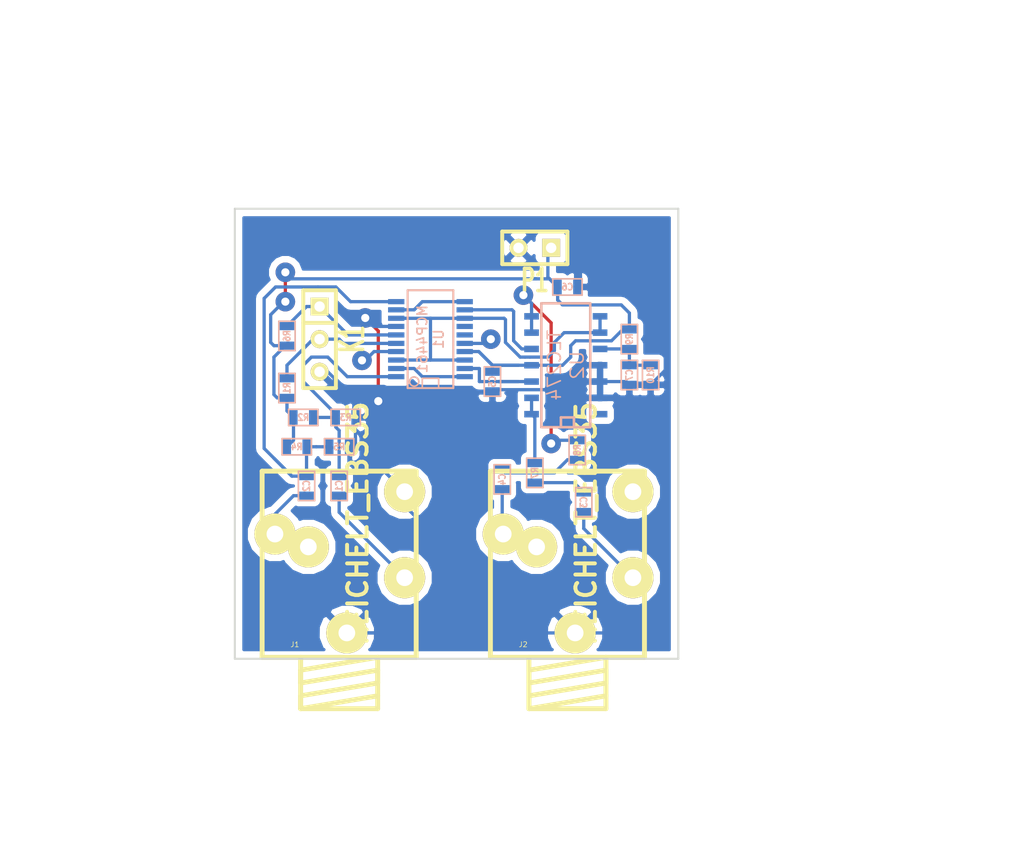
<source format=kicad_pcb>
(kicad_pcb (version 3) (host pcbnew "(2013-jul-07)-stable")

  (general
    (links 54)
    (no_connects 0)
    (area 120.904 31.496 200.660001 98.552001)
    (thickness 1.6)
    (drawings 4)
    (tracks 202)
    (zones 0)
    (modules 23)
    (nets 23)
  )

  (page A3)
  (layers
    (15 F.Cu signal)
    (0 B.Cu signal)
    (16 B.Adhes user)
    (17 F.Adhes user)
    (18 B.Paste user)
    (19 F.Paste user)
    (20 B.SilkS user)
    (21 F.SilkS user)
    (22 B.Mask user)
    (23 F.Mask user)
    (24 Dwgs.User user)
    (25 Cmts.User user)
    (26 Eco1.User user)
    (27 Eco2.User user)
    (28 Edge.Cuts user)
  )

  (setup
    (last_trace_width 0.254)
    (trace_clearance 0.2032)
    (zone_clearance 0.508)
    (zone_45_only no)
    (trace_min 0.254)
    (segment_width 0.2)
    (edge_width 0.15)
    (via_size 1.524)
    (via_drill 0.635)
    (via_min_size 0.889)
    (via_min_drill 0.508)
    (uvia_size 0.508)
    (uvia_drill 0.127)
    (uvias_allowed no)
    (uvia_min_size 0.508)
    (uvia_min_drill 0.127)
    (pcb_text_width 0.3)
    (pcb_text_size 1 1)
    (mod_edge_width 0.15)
    (mod_text_size 1 1)
    (mod_text_width 0.15)
    (pad_size 1 1)
    (pad_drill 0.6)
    (pad_to_mask_clearance 0)
    (aux_axis_origin 0 0)
    (visible_elements FFFFFFBF)
    (pcbplotparams
      (layerselection 3178497)
      (usegerberextensions true)
      (excludeedgelayer true)
      (linewidth 0.150000)
      (plotframeref false)
      (viasonmask false)
      (mode 1)
      (useauxorigin false)
      (hpglpennumber 1)
      (hpglpenspeed 20)
      (hpglpendiameter 15)
      (hpglpenoverlay 2)
      (psnegative false)
      (psa4output false)
      (plotreference true)
      (plotvalue true)
      (plotothertext true)
      (plotinvisibletext false)
      (padsonsilk false)
      (subtractmaskfromsilk false)
      (outputformat 1)
      (mirror false)
      (drillshape 0)
      (scaleselection 1)
      (outputdirectory ""))
  )

  (net 0 "")
  (net 1 /a0)
  (net 2 /a1)
  (net 3 /gnd)
  (net 4 /in_L)
  (net 5 /in_R)
  (net 6 /out_L)
  (net 7 /out_R)
  (net 8 /scl)
  (net 9 /sda)
  (net 10 /vcc)
  (net 11 /vcc/2)
  (net 12 N-000001)
  (net 13 N-0000010)
  (net 14 N-0000013)
  (net 15 N-000002)
  (net 16 N-0000021)
  (net 17 N-0000026)
  (net 18 N-0000027)
  (net 19 N-000006)
  (net 20 N-000007)
  (net 21 N-000008)
  (net 22 N-000009)

  (net_class Default "This is the default net class."
    (clearance 0.2032)
    (trace_width 0.254)
    (via_dia 1.524)
    (via_drill 0.635)
    (uvia_dia 0.508)
    (uvia_drill 0.127)
    (add_net "")
    (add_net /a0)
    (add_net /a1)
    (add_net /gnd)
    (add_net /in_L)
    (add_net /in_R)
    (add_net /out_L)
    (add_net /out_R)
    (add_net /scl)
    (add_net /sda)
    (add_net /vcc)
    (add_net /vcc/2)
    (add_net N-000001)
    (add_net N-0000010)
    (add_net N-0000013)
    (add_net N-000002)
    (add_net N-0000021)
    (add_net N-0000026)
    (add_net N-0000027)
    (add_net N-000006)
    (add_net N-000007)
    (add_net N-000008)
    (add_net N-000009)
  )

  (module SSOP20 (layer B.Cu) (tedit 48B5A104) (tstamp 54D74B11)
    (at 154.432 57.912 90)
    (descr "SSOP 20 pins")
    (tags "CMS SSOP SMD")
    (path /54D74072)
    (attr smd)
    (fp_text reference U1 (at 0 0.635 90) (layer B.SilkS)
      (effects (font (size 0.762 0.762) (thickness 0.127)) (justify mirror))
    )
    (fp_text value MCP4461 (at 0 -0.635 90) (layer B.SilkS)
      (effects (font (size 0.762 0.762) (thickness 0.127)) (justify mirror))
    )
    (fp_line (start 3.81 1.778) (end -3.81 1.778) (layer B.SilkS) (width 0.1651))
    (fp_line (start -3.81 -1.778) (end 3.81 -1.778) (layer B.SilkS) (width 0.1651))
    (fp_line (start 3.81 1.778) (end 3.81 -1.778) (layer B.SilkS) (width 0.1651))
    (fp_line (start -3.81 -1.778) (end -3.81 1.778) (layer B.SilkS) (width 0.1524))
    (fp_circle (center -3.302 -1.27) (end -3.556 -1.016) (layer B.SilkS) (width 0.127))
    (fp_line (start -3.81 0.635) (end -3.048 0.635) (layer B.SilkS) (width 0.127))
    (fp_line (start -3.048 0.635) (end -3.048 -0.635) (layer B.SilkS) (width 0.127))
    (fp_line (start -3.048 -0.635) (end -3.81 -0.635) (layer B.SilkS) (width 0.127))
    (pad 1 smd rect (at -2.921 -2.667 90) (size 0.4064 1.27)
      (layers B.Cu B.Paste B.Mask)
      (net 17 N-0000026)
    )
    (pad 2 smd rect (at -2.286 -2.667 90) (size 0.4064 1.27)
      (layers B.Cu B.Paste B.Mask)
      (net 16 N-0000021)
    )
    (pad 3 smd rect (at -1.6256 -2.667 90) (size 0.4064 1.27)
      (layers B.Cu B.Paste B.Mask)
      (net 11 /vcc/2)
    )
    (pad 4 smd rect (at -0.9652 -2.667 90) (size 0.4064 1.27)
      (layers B.Cu B.Paste B.Mask)
      (net 1 /a0)
    )
    (pad 5 smd rect (at -0.3302 -2.667 90) (size 0.4064 1.27)
      (layers B.Cu B.Paste B.Mask)
      (net 8 /scl)
    )
    (pad 6 smd rect (at 0.3302 -2.667 90) (size 0.4064 1.27)
      (layers B.Cu B.Paste B.Mask)
      (net 9 /sda)
    )
    (pad 7 smd rect (at 0.9906 -2.667 90) (size 0.4064 1.27)
      (layers B.Cu B.Paste B.Mask)
      (net 3 /gnd)
    )
    (pad 8 smd rect (at 1.6256 -2.667 90) (size 0.4064 1.27)
      (layers B.Cu B.Paste B.Mask)
      (net 11 /vcc/2)
    )
    (pad 9 smd rect (at 2.286 -2.667 90) (size 0.4064 1.27)
      (layers B.Cu B.Paste B.Mask)
      (net 21 N-000008)
    )
    (pad 10 smd rect (at 2.921 -2.667 90) (size 0.4064 1.27)
      (layers B.Cu B.Paste B.Mask)
      (net 18 N-0000027)
    )
    (pad 11 smd rect (at 2.921 2.667 90) (size 0.4064 1.27)
      (layers B.Cu B.Paste B.Mask)
      (net 21 N-000008)
    )
    (pad 12 smd rect (at 2.286 2.667 90) (size 0.4064 1.27)
      (layers B.Cu B.Paste B.Mask)
      (net 20 N-000007)
    )
    (pad 13 smd rect (at 1.6256 2.667 90) (size 0.4064 1.27)
      (layers B.Cu B.Paste B.Mask)
      (net 11 /vcc/2)
    )
    (pad 14 smd rect (at 0.9906 2.667 90) (size 0.4064 1.27)
      (layers B.Cu B.Paste B.Mask)
    )
    (pad 15 smd rect (at 0.3302 2.667 90) (size 0.4064 1.27)
      (layers B.Cu B.Paste B.Mask)
    )
    (pad 16 smd rect (at -0.3302 2.667 90) (size 0.4064 1.27)
      (layers B.Cu B.Paste B.Mask)
      (net 2 /a1)
    )
    (pad 17 smd rect (at -0.9652 2.667 90) (size 0.4064 1.27)
      (layers B.Cu B.Paste B.Mask)
      (net 10 /vcc)
    )
    (pad 18 smd rect (at -1.6256 2.667 90) (size 0.4064 1.27)
      (layers B.Cu B.Paste B.Mask)
      (net 11 /vcc/2)
    )
    (pad 19 smd rect (at -2.286 2.667 90) (size 0.4064 1.27)
      (layers B.Cu B.Paste B.Mask)
      (net 19 N-000006)
    )
    (pad 20 smd rect (at -2.921 2.667 90) (size 0.4064 1.27)
      (layers B.Cu B.Paste B.Mask)
      (net 16 N-0000021)
    )
    (model smd/cms_so20.wrl
      (at (xyz 0 0 0))
      (scale (xyz 0.255 0.33 0.3))
      (rotate (xyz 0 0 0))
    )
  )

  (module SO14E (layer B.Cu) (tedit 42806FBF) (tstamp 54D74B2A)
    (at 165.1 59.944 90)
    (descr "module CMS SOJ 14 pins etroit")
    (tags "CMS SOJ")
    (path /54D7482D)
    (attr smd)
    (fp_text reference U2 (at 0 0.762 90) (layer B.SilkS)
      (effects (font (size 1.016 1.143) (thickness 0.127)) (justify mirror))
    )
    (fp_text value TLC274 (at 0 -1.016 90) (layer B.SilkS)
      (effects (font (size 1.016 1.016) (thickness 0.127)) (justify mirror))
    )
    (fp_line (start -4.826 1.778) (end 4.826 1.778) (layer B.SilkS) (width 0.2032))
    (fp_line (start 4.826 1.778) (end 4.826 -2.032) (layer B.SilkS) (width 0.2032))
    (fp_line (start 4.826 -2.032) (end -4.826 -2.032) (layer B.SilkS) (width 0.2032))
    (fp_line (start -4.826 -2.032) (end -4.826 1.778) (layer B.SilkS) (width 0.2032))
    (fp_line (start -4.826 0.508) (end -4.064 0.508) (layer B.SilkS) (width 0.2032))
    (fp_line (start -4.064 0.508) (end -4.064 -0.508) (layer B.SilkS) (width 0.2032))
    (fp_line (start -4.064 -0.508) (end -4.826 -0.508) (layer B.SilkS) (width 0.2032))
    (pad 1 smd rect (at -3.81 -2.794 90) (size 0.508 1.143)
      (layers B.Cu B.Paste B.Mask)
      (net 22 N-000009)
    )
    (pad 2 smd rect (at -2.54 -2.794 90) (size 0.508 1.143)
      (layers B.Cu B.Paste B.Mask)
      (net 22 N-000009)
    )
    (pad 3 smd rect (at -1.27 -2.794 90) (size 0.508 1.143)
      (layers B.Cu B.Paste B.Mask)
      (net 19 N-000006)
    )
    (pad 4 smd rect (at 0 -2.794 90) (size 0.508 1.143)
      (layers B.Cu B.Paste B.Mask)
      (net 10 /vcc)
    )
    (pad 5 smd rect (at 1.27 -2.794 90) (size 0.508 1.143)
      (layers B.Cu B.Paste B.Mask)
      (net 20 N-000007)
    )
    (pad 6 smd rect (at 2.54 -2.794 90) (size 0.508 1.143)
      (layers B.Cu B.Paste B.Mask)
      (net 12 N-000001)
    )
    (pad 7 smd rect (at 3.81 -2.794 90) (size 0.508 1.143)
      (layers B.Cu B.Paste B.Mask)
      (net 12 N-000001)
    )
    (pad 8 smd rect (at 3.81 2.54 90) (size 0.508 1.143)
      (layers B.Cu B.Paste B.Mask)
      (net 11 /vcc/2)
    )
    (pad 9 smd rect (at 2.54 2.54 90) (size 0.508 1.143)
      (layers B.Cu B.Paste B.Mask)
      (net 11 /vcc/2)
    )
    (pad 10 smd rect (at 1.27 2.54 90) (size 0.508 1.143)
      (layers B.Cu B.Paste B.Mask)
      (net 14 N-0000013)
    )
    (pad 11 smd rect (at 0 2.54 90) (size 0.508 1.143)
      (layers B.Cu B.Paste B.Mask)
      (net 3 /gnd)
    )
    (pad 12 smd rect (at -1.27 2.54 90) (size 0.508 1.143)
      (layers B.Cu B.Paste B.Mask)
      (net 3 /gnd)
    )
    (pad 13 smd rect (at -2.54 2.54 90) (size 0.508 1.143)
      (layers B.Cu B.Paste B.Mask)
      (net 3 /gnd)
    )
    (pad 14 smd rect (at -3.81 2.54 90) (size 0.508 1.143)
      (layers B.Cu B.Paste B.Mask)
    )
    (model smd/cms_so14.wrl
      (at (xyz 0 0 0))
      (scale (xyz 0.5 0.3 0.5))
      (rotate (xyz 0 0 0))
    )
  )

  (module SM0603 (layer B.Cu) (tedit 4E43A3D1) (tstamp 54D74B34)
    (at 144.018 66.294)
    (path /54D745EC)
    (attr smd)
    (fp_text reference R4 (at 0 0) (layer B.SilkS)
      (effects (font (size 0.508 0.4572) (thickness 0.1143)) (justify mirror))
    )
    (fp_text value 1M (at 0 0) (layer B.SilkS) hide
      (effects (font (size 0.508 0.4572) (thickness 0.1143)) (justify mirror))
    )
    (fp_line (start -1.143 0.635) (end 1.143 0.635) (layer B.SilkS) (width 0.127))
    (fp_line (start 1.143 0.635) (end 1.143 -0.635) (layer B.SilkS) (width 0.127))
    (fp_line (start 1.143 -0.635) (end -1.143 -0.635) (layer B.SilkS) (width 0.127))
    (fp_line (start -1.143 -0.635) (end -1.143 0.635) (layer B.SilkS) (width 0.127))
    (pad 1 smd rect (at -0.762 0) (size 0.635 1.143)
      (layers B.Cu B.Paste B.Mask)
      (net 10 /vcc)
    )
    (pad 2 smd rect (at 0.762 0) (size 0.635 1.143)
      (layers B.Cu B.Paste B.Mask)
      (net 18 N-0000027)
    )
    (model smd\resistors\R0603.wrl
      (at (xyz 0 0 0.001))
      (scale (xyz 0.5 0.5 0.5))
      (rotate (xyz 0 0 0))
    )
  )

  (module SM0603 (layer B.Cu) (tedit 4E43A3D1) (tstamp 54D759A7)
    (at 159.258 61.214 270)
    (path /54D74F56)
    (attr smd)
    (fp_text reference C5 (at 0 0 270) (layer B.SilkS)
      (effects (font (size 0.508 0.4572) (thickness 0.1143)) (justify mirror))
    )
    (fp_text value 100n (at 0 0 270) (layer B.SilkS) hide
      (effects (font (size 0.508 0.4572) (thickness 0.1143)) (justify mirror))
    )
    (fp_line (start -1.143 0.635) (end 1.143 0.635) (layer B.SilkS) (width 0.127))
    (fp_line (start 1.143 0.635) (end 1.143 -0.635) (layer B.SilkS) (width 0.127))
    (fp_line (start 1.143 -0.635) (end -1.143 -0.635) (layer B.SilkS) (width 0.127))
    (fp_line (start -1.143 -0.635) (end -1.143 0.635) (layer B.SilkS) (width 0.127))
    (pad 1 smd rect (at -0.762 0 270) (size 0.635 1.143)
      (layers B.Cu B.Paste B.Mask)
      (net 10 /vcc)
    )
    (pad 2 smd rect (at 0.762 0 270) (size 0.635 1.143)
      (layers B.Cu B.Paste B.Mask)
      (net 3 /gnd)
    )
    (model smd\resistors\R0603.wrl
      (at (xyz 0 0 0.001))
      (scale (xyz 0.5 0.5 0.5))
      (rotate (xyz 0 0 0))
    )
  )

  (module SM0603 (layer B.Cu) (tedit 4E43A3D1) (tstamp 54D74B48)
    (at 169.926 60.706 270)
    (path /54D74BBC)
    (attr smd)
    (fp_text reference C7 (at 0 0 270) (layer B.SilkS)
      (effects (font (size 0.508 0.4572) (thickness 0.1143)) (justify mirror))
    )
    (fp_text value 100n (at 0 0 270) (layer B.SilkS) hide
      (effects (font (size 0.508 0.4572) (thickness 0.1143)) (justify mirror))
    )
    (fp_line (start -1.143 0.635) (end 1.143 0.635) (layer B.SilkS) (width 0.127))
    (fp_line (start 1.143 0.635) (end 1.143 -0.635) (layer B.SilkS) (width 0.127))
    (fp_line (start 1.143 -0.635) (end -1.143 -0.635) (layer B.SilkS) (width 0.127))
    (fp_line (start -1.143 -0.635) (end -1.143 0.635) (layer B.SilkS) (width 0.127))
    (pad 1 smd rect (at -0.762 0 270) (size 0.635 1.143)
      (layers B.Cu B.Paste B.Mask)
      (net 14 N-0000013)
    )
    (pad 2 smd rect (at 0.762 0 270) (size 0.635 1.143)
      (layers B.Cu B.Paste B.Mask)
      (net 3 /gnd)
    )
    (model smd\resistors\R0603.wrl
      (at (xyz 0 0 0.001))
      (scale (xyz 0.5 0.5 0.5))
      (rotate (xyz 0 0 0))
    )
  )

  (module SM0603 (layer B.Cu) (tedit 4E43A3D1) (tstamp 54D74B52)
    (at 171.577 60.706 270)
    (path /54D74B59)
    (attr smd)
    (fp_text reference R10 (at 0 0 270) (layer B.SilkS)
      (effects (font (size 0.508 0.4572) (thickness 0.1143)) (justify mirror))
    )
    (fp_text value 10k (at 0 0 270) (layer B.SilkS) hide
      (effects (font (size 0.508 0.4572) (thickness 0.1143)) (justify mirror))
    )
    (fp_line (start -1.143 0.635) (end 1.143 0.635) (layer B.SilkS) (width 0.127))
    (fp_line (start 1.143 0.635) (end 1.143 -0.635) (layer B.SilkS) (width 0.127))
    (fp_line (start 1.143 -0.635) (end -1.143 -0.635) (layer B.SilkS) (width 0.127))
    (fp_line (start -1.143 -0.635) (end -1.143 0.635) (layer B.SilkS) (width 0.127))
    (pad 1 smd rect (at -0.762 0 270) (size 0.635 1.143)
      (layers B.Cu B.Paste B.Mask)
      (net 14 N-0000013)
    )
    (pad 2 smd rect (at 0.762 0 270) (size 0.635 1.143)
      (layers B.Cu B.Paste B.Mask)
      (net 3 /gnd)
    )
    (model smd\resistors\R0603.wrl
      (at (xyz 0 0 0.001))
      (scale (xyz 0.5 0.5 0.5))
      (rotate (xyz 0 0 0))
    )
  )

  (module SM0603 (layer B.Cu) (tedit 4E43A3D1) (tstamp 54D74B5C)
    (at 169.926 57.912 270)
    (path /54D74B42)
    (attr smd)
    (fp_text reference R9 (at 0 0 270) (layer B.SilkS)
      (effects (font (size 0.508 0.4572) (thickness 0.1143)) (justify mirror))
    )
    (fp_text value 10k (at 0 0 270) (layer B.SilkS) hide
      (effects (font (size 0.508 0.4572) (thickness 0.1143)) (justify mirror))
    )
    (fp_line (start -1.143 0.635) (end 1.143 0.635) (layer B.SilkS) (width 0.127))
    (fp_line (start 1.143 0.635) (end 1.143 -0.635) (layer B.SilkS) (width 0.127))
    (fp_line (start 1.143 -0.635) (end -1.143 -0.635) (layer B.SilkS) (width 0.127))
    (fp_line (start -1.143 -0.635) (end -1.143 0.635) (layer B.SilkS) (width 0.127))
    (pad 1 smd rect (at -0.762 0 270) (size 0.635 1.143)
      (layers B.Cu B.Paste B.Mask)
      (net 10 /vcc)
    )
    (pad 2 smd rect (at 0.762 0 270) (size 0.635 1.143)
      (layers B.Cu B.Paste B.Mask)
      (net 14 N-0000013)
    )
    (model smd\resistors\R0603.wrl
      (at (xyz 0 0 0.001))
      (scale (xyz 0.5 0.5 0.5))
      (rotate (xyz 0 0 0))
    )
  )

  (module SM0603 (layer B.Cu) (tedit 4E43A3D1) (tstamp 54D74B66)
    (at 160.02 68.834 270)
    (path /54D74993)
    (attr smd)
    (fp_text reference C4 (at 0 0 270) (layer B.SilkS)
      (effects (font (size 0.508 0.4572) (thickness 0.1143)) (justify mirror))
    )
    (fp_text value 10u (at 0 0 270) (layer B.SilkS) hide
      (effects (font (size 0.508 0.4572) (thickness 0.1143)) (justify mirror))
    )
    (fp_line (start -1.143 0.635) (end 1.143 0.635) (layer B.SilkS) (width 0.127))
    (fp_line (start 1.143 0.635) (end 1.143 -0.635) (layer B.SilkS) (width 0.127))
    (fp_line (start 1.143 -0.635) (end -1.143 -0.635) (layer B.SilkS) (width 0.127))
    (fp_line (start -1.143 -0.635) (end -1.143 0.635) (layer B.SilkS) (width 0.127))
    (pad 1 smd rect (at -0.762 0 270) (size 0.635 1.143)
      (layers B.Cu B.Paste B.Mask)
      (net 15 N-000002)
    )
    (pad 2 smd rect (at 0.762 0 270) (size 0.635 1.143)
      (layers B.Cu B.Paste B.Mask)
      (net 7 /out_R)
    )
    (model smd\resistors\R0603.wrl
      (at (xyz 0 0 0.001))
      (scale (xyz 0.5 0.5 0.5))
      (rotate (xyz 0 0 0))
    )
  )

  (module SM0603 (layer B.Cu) (tedit 4E43A3D1) (tstamp 54D74B70)
    (at 165.862 66.548 270)
    (path /54D7498C)
    (attr smd)
    (fp_text reference R8 (at 0 0 270) (layer B.SilkS)
      (effects (font (size 0.508 0.4572) (thickness 0.1143)) (justify mirror))
    )
    (fp_text value 220 (at 0 0 270) (layer B.SilkS) hide
      (effects (font (size 0.508 0.4572) (thickness 0.1143)) (justify mirror))
    )
    (fp_line (start -1.143 0.635) (end 1.143 0.635) (layer B.SilkS) (width 0.127))
    (fp_line (start 1.143 0.635) (end 1.143 -0.635) (layer B.SilkS) (width 0.127))
    (fp_line (start 1.143 -0.635) (end -1.143 -0.635) (layer B.SilkS) (width 0.127))
    (fp_line (start -1.143 -0.635) (end -1.143 0.635) (layer B.SilkS) (width 0.127))
    (pad 1 smd rect (at -0.762 0 270) (size 0.635 1.143)
      (layers B.Cu B.Paste B.Mask)
      (net 12 N-000001)
    )
    (pad 2 smd rect (at 0.762 0 270) (size 0.635 1.143)
      (layers B.Cu B.Paste B.Mask)
      (net 15 N-000002)
    )
    (model smd\resistors\R0603.wrl
      (at (xyz 0 0 0.001))
      (scale (xyz 0.5 0.5 0.5))
      (rotate (xyz 0 0 0))
    )
  )

  (module SM0603 (layer B.Cu) (tedit 4E43A3D1) (tstamp 54D74B7A)
    (at 166.37 70.612 270)
    (path /54D748EE)
    (attr smd)
    (fp_text reference C3 (at 0 0 270) (layer B.SilkS)
      (effects (font (size 0.508 0.4572) (thickness 0.1143)) (justify mirror))
    )
    (fp_text value 10u (at 0 0 270) (layer B.SilkS) hide
      (effects (font (size 0.508 0.4572) (thickness 0.1143)) (justify mirror))
    )
    (fp_line (start -1.143 0.635) (end 1.143 0.635) (layer B.SilkS) (width 0.127))
    (fp_line (start 1.143 0.635) (end 1.143 -0.635) (layer B.SilkS) (width 0.127))
    (fp_line (start 1.143 -0.635) (end -1.143 -0.635) (layer B.SilkS) (width 0.127))
    (fp_line (start -1.143 -0.635) (end -1.143 0.635) (layer B.SilkS) (width 0.127))
    (pad 1 smd rect (at -0.762 0 270) (size 0.635 1.143)
      (layers B.Cu B.Paste B.Mask)
      (net 13 N-0000010)
    )
    (pad 2 smd rect (at 0.762 0 270) (size 0.635 1.143)
      (layers B.Cu B.Paste B.Mask)
      (net 6 /out_L)
    )
    (model smd\resistors\R0603.wrl
      (at (xyz 0 0 0.001))
      (scale (xyz 0.5 0.5 0.5))
      (rotate (xyz 0 0 0))
    )
  )

  (module SM0603 (layer B.Cu) (tedit 4E43A3D1) (tstamp 54D74B84)
    (at 162.56 68.326 270)
    (path /54D7489A)
    (attr smd)
    (fp_text reference R7 (at 0 0 270) (layer B.SilkS)
      (effects (font (size 0.508 0.4572) (thickness 0.1143)) (justify mirror))
    )
    (fp_text value 220 (at 0 0 270) (layer B.SilkS) hide
      (effects (font (size 0.508 0.4572) (thickness 0.1143)) (justify mirror))
    )
    (fp_line (start -1.143 0.635) (end 1.143 0.635) (layer B.SilkS) (width 0.127))
    (fp_line (start 1.143 0.635) (end 1.143 -0.635) (layer B.SilkS) (width 0.127))
    (fp_line (start 1.143 -0.635) (end -1.143 -0.635) (layer B.SilkS) (width 0.127))
    (fp_line (start -1.143 -0.635) (end -1.143 0.635) (layer B.SilkS) (width 0.127))
    (pad 1 smd rect (at -0.762 0 270) (size 0.635 1.143)
      (layers B.Cu B.Paste B.Mask)
      (net 22 N-000009)
    )
    (pad 2 smd rect (at 0.762 0 270) (size 0.635 1.143)
      (layers B.Cu B.Paste B.Mask)
      (net 13 N-0000010)
    )
    (model smd\resistors\R0603.wrl
      (at (xyz 0 0 0.001))
      (scale (xyz 0.5 0.5 0.5))
      (rotate (xyz 0 0 0))
    )
  )

  (module SM0603 (layer B.Cu) (tedit 4E43A3D1) (tstamp 54D74B8E)
    (at 147.32 66.294)
    (path /54D745F8)
    (attr smd)
    (fp_text reference R5 (at 0 0) (layer B.SilkS)
      (effects (font (size 0.508 0.4572) (thickness 0.1143)) (justify mirror))
    )
    (fp_text value 1M (at 0 0) (layer B.SilkS) hide
      (effects (font (size 0.508 0.4572) (thickness 0.1143)) (justify mirror))
    )
    (fp_line (start -1.143 0.635) (end 1.143 0.635) (layer B.SilkS) (width 0.127))
    (fp_line (start 1.143 0.635) (end 1.143 -0.635) (layer B.SilkS) (width 0.127))
    (fp_line (start 1.143 -0.635) (end -1.143 -0.635) (layer B.SilkS) (width 0.127))
    (fp_line (start -1.143 -0.635) (end -1.143 0.635) (layer B.SilkS) (width 0.127))
    (pad 1 smd rect (at -0.762 0) (size 0.635 1.143)
      (layers B.Cu B.Paste B.Mask)
      (net 18 N-0000027)
    )
    (pad 2 smd rect (at 0.762 0) (size 0.635 1.143)
      (layers B.Cu B.Paste B.Mask)
      (net 3 /gnd)
    )
    (model smd\resistors\R0603.wrl
      (at (xyz 0 0 0.001))
      (scale (xyz 0.5 0.5 0.5))
      (rotate (xyz 0 0 0))
    )
  )

  (module SM0603 (layer B.Cu) (tedit 4E43A3D1) (tstamp 54D74B98)
    (at 147.828 64.008)
    (path /54D745F2)
    (attr smd)
    (fp_text reference R3 (at 0 0) (layer B.SilkS)
      (effects (font (size 0.508 0.4572) (thickness 0.1143)) (justify mirror))
    )
    (fp_text value 1M (at 0 0) (layer B.SilkS) hide
      (effects (font (size 0.508 0.4572) (thickness 0.1143)) (justify mirror))
    )
    (fp_line (start -1.143 0.635) (end 1.143 0.635) (layer B.SilkS) (width 0.127))
    (fp_line (start 1.143 0.635) (end 1.143 -0.635) (layer B.SilkS) (width 0.127))
    (fp_line (start 1.143 -0.635) (end -1.143 -0.635) (layer B.SilkS) (width 0.127))
    (fp_line (start -1.143 -0.635) (end -1.143 0.635) (layer B.SilkS) (width 0.127))
    (pad 1 smd rect (at -0.762 0) (size 0.635 1.143)
      (layers B.Cu B.Paste B.Mask)
      (net 17 N-0000026)
    )
    (pad 2 smd rect (at 0.762 0) (size 0.635 1.143)
      (layers B.Cu B.Paste B.Mask)
      (net 3 /gnd)
    )
    (model smd\resistors\R0603.wrl
      (at (xyz 0 0 0.001))
      (scale (xyz 0.5 0.5 0.5))
      (rotate (xyz 0 0 0))
    )
  )

  (module SM0603 (layer B.Cu) (tedit 4E43A3D1) (tstamp 54D74BA2)
    (at 144.526 64.008)
    (path /54D745DA)
    (attr smd)
    (fp_text reference R2 (at 0 0) (layer B.SilkS)
      (effects (font (size 0.508 0.4572) (thickness 0.1143)) (justify mirror))
    )
    (fp_text value 1M (at 0 0) (layer B.SilkS) hide
      (effects (font (size 0.508 0.4572) (thickness 0.1143)) (justify mirror))
    )
    (fp_line (start -1.143 0.635) (end 1.143 0.635) (layer B.SilkS) (width 0.127))
    (fp_line (start 1.143 0.635) (end 1.143 -0.635) (layer B.SilkS) (width 0.127))
    (fp_line (start 1.143 -0.635) (end -1.143 -0.635) (layer B.SilkS) (width 0.127))
    (fp_line (start -1.143 -0.635) (end -1.143 0.635) (layer B.SilkS) (width 0.127))
    (pad 1 smd rect (at -0.762 0) (size 0.635 1.143)
      (layers B.Cu B.Paste B.Mask)
      (net 10 /vcc)
    )
    (pad 2 smd rect (at 0.762 0) (size 0.635 1.143)
      (layers B.Cu B.Paste B.Mask)
      (net 17 N-0000026)
    )
    (model smd\resistors\R0603.wrl
      (at (xyz 0 0 0.001))
      (scale (xyz 0.5 0.5 0.5))
      (rotate (xyz 0 0 0))
    )
  )

  (module SM0603 (layer B.Cu) (tedit 4E43A3D1) (tstamp 54D74BAC)
    (at 144.78 69.342 90)
    (path /54D744BA)
    (attr smd)
    (fp_text reference C2 (at 0 0 90) (layer B.SilkS)
      (effects (font (size 0.508 0.4572) (thickness 0.1143)) (justify mirror))
    )
    (fp_text value 1u (at 0 0 90) (layer B.SilkS) hide
      (effects (font (size 0.508 0.4572) (thickness 0.1143)) (justify mirror))
    )
    (fp_line (start -1.143 0.635) (end 1.143 0.635) (layer B.SilkS) (width 0.127))
    (fp_line (start 1.143 0.635) (end 1.143 -0.635) (layer B.SilkS) (width 0.127))
    (fp_line (start 1.143 -0.635) (end -1.143 -0.635) (layer B.SilkS) (width 0.127))
    (fp_line (start -1.143 -0.635) (end -1.143 0.635) (layer B.SilkS) (width 0.127))
    (pad 1 smd rect (at -0.762 0 90) (size 0.635 1.143)
      (layers B.Cu B.Paste B.Mask)
      (net 5 /in_R)
    )
    (pad 2 smd rect (at 0.762 0 90) (size 0.635 1.143)
      (layers B.Cu B.Paste B.Mask)
      (net 18 N-0000027)
    )
    (model smd\resistors\R0603.wrl
      (at (xyz 0 0 0.001))
      (scale (xyz 0.5 0.5 0.5))
      (rotate (xyz 0 0 0))
    )
  )

  (module SM0603 (layer B.Cu) (tedit 4E43A3D1) (tstamp 54D74BB6)
    (at 147.32 69.342 90)
    (path /54D74454)
    (attr smd)
    (fp_text reference C1 (at 0 0 90) (layer B.SilkS)
      (effects (font (size 0.508 0.4572) (thickness 0.1143)) (justify mirror))
    )
    (fp_text value 1u (at 0 0 90) (layer B.SilkS) hide
      (effects (font (size 0.508 0.4572) (thickness 0.1143)) (justify mirror))
    )
    (fp_line (start -1.143 0.635) (end 1.143 0.635) (layer B.SilkS) (width 0.127))
    (fp_line (start 1.143 0.635) (end 1.143 -0.635) (layer B.SilkS) (width 0.127))
    (fp_line (start 1.143 -0.635) (end -1.143 -0.635) (layer B.SilkS) (width 0.127))
    (fp_line (start -1.143 -0.635) (end -1.143 0.635) (layer B.SilkS) (width 0.127))
    (pad 1 smd rect (at -0.762 0 90) (size 0.635 1.143)
      (layers B.Cu B.Paste B.Mask)
      (net 4 /in_L)
    )
    (pad 2 smd rect (at 0.762 0 90) (size 0.635 1.143)
      (layers B.Cu B.Paste B.Mask)
      (net 17 N-0000026)
    )
    (model smd\resistors\R0603.wrl
      (at (xyz 0 0 0.001))
      (scale (xyz 0.5 0.5 0.5))
      (rotate (xyz 0 0 0))
    )
  )

  (module SM0603 (layer B.Cu) (tedit 4E43A3D1) (tstamp 54D74BC0)
    (at 143.256 57.658 90)
    (path /54D74331)
    (attr smd)
    (fp_text reference R6 (at 0 0 90) (layer B.SilkS)
      (effects (font (size 0.508 0.4572) (thickness 0.1143)) (justify mirror))
    )
    (fp_text value 10k (at 0 0 90) (layer B.SilkS) hide
      (effects (font (size 0.508 0.4572) (thickness 0.1143)) (justify mirror))
    )
    (fp_line (start -1.143 0.635) (end 1.143 0.635) (layer B.SilkS) (width 0.127))
    (fp_line (start 1.143 0.635) (end 1.143 -0.635) (layer B.SilkS) (width 0.127))
    (fp_line (start 1.143 -0.635) (end -1.143 -0.635) (layer B.SilkS) (width 0.127))
    (fp_line (start -1.143 -0.635) (end -1.143 0.635) (layer B.SilkS) (width 0.127))
    (pad 1 smd rect (at -0.762 0 90) (size 0.635 1.143)
      (layers B.Cu B.Paste B.Mask)
      (net 10 /vcc)
    )
    (pad 2 smd rect (at 0.762 0 90) (size 0.635 1.143)
      (layers B.Cu B.Paste B.Mask)
      (net 9 /sda)
    )
    (model smd\resistors\R0603.wrl
      (at (xyz 0 0 0.001))
      (scale (xyz 0.5 0.5 0.5))
      (rotate (xyz 0 0 0))
    )
  )

  (module SM0603 (layer B.Cu) (tedit 4E43A3D1) (tstamp 54D74BCA)
    (at 143.256 61.722 90)
    (path /54D742E6)
    (attr smd)
    (fp_text reference R1 (at 0 0 90) (layer B.SilkS)
      (effects (font (size 0.508 0.4572) (thickness 0.1143)) (justify mirror))
    )
    (fp_text value 10k (at 0 0 90) (layer B.SilkS) hide
      (effects (font (size 0.508 0.4572) (thickness 0.1143)) (justify mirror))
    )
    (fp_line (start -1.143 0.635) (end 1.143 0.635) (layer B.SilkS) (width 0.127))
    (fp_line (start 1.143 0.635) (end 1.143 -0.635) (layer B.SilkS) (width 0.127))
    (fp_line (start 1.143 -0.635) (end -1.143 -0.635) (layer B.SilkS) (width 0.127))
    (fp_line (start -1.143 -0.635) (end -1.143 0.635) (layer B.SilkS) (width 0.127))
    (pad 1 smd rect (at -0.762 0 90) (size 0.635 1.143)
      (layers B.Cu B.Paste B.Mask)
      (net 10 /vcc)
    )
    (pad 2 smd rect (at 0.762 0 90) (size 0.635 1.143)
      (layers B.Cu B.Paste B.Mask)
      (net 8 /scl)
    )
    (model smd\resistors\R0603.wrl
      (at (xyz 0 0 0.001))
      (scale (xyz 0.5 0.5 0.5))
      (rotate (xyz 0 0 0))
    )
  )

  (module SM0603 (layer B.Cu) (tedit 4E43A3D1) (tstamp 54D74BD4)
    (at 165.1 53.848)
    (path /54D74F5C)
    (attr smd)
    (fp_text reference C6 (at 0 0) (layer B.SilkS)
      (effects (font (size 0.508 0.4572) (thickness 0.1143)) (justify mirror))
    )
    (fp_text value 100n (at 0 0) (layer B.SilkS) hide
      (effects (font (size 0.508 0.4572) (thickness 0.1143)) (justify mirror))
    )
    (fp_line (start -1.143 0.635) (end 1.143 0.635) (layer B.SilkS) (width 0.127))
    (fp_line (start 1.143 0.635) (end 1.143 -0.635) (layer B.SilkS) (width 0.127))
    (fp_line (start 1.143 -0.635) (end -1.143 -0.635) (layer B.SilkS) (width 0.127))
    (fp_line (start -1.143 -0.635) (end -1.143 0.635) (layer B.SilkS) (width 0.127))
    (pad 1 smd rect (at -0.762 0) (size 0.635 1.143)
      (layers B.Cu B.Paste B.Mask)
      (net 10 /vcc)
    )
    (pad 2 smd rect (at 0.762 0) (size 0.635 1.143)
      (layers B.Cu B.Paste B.Mask)
      (net 3 /gnd)
    )
    (model smd\resistors\R0603.wrl
      (at (xyz 0 0 0.001))
      (scale (xyz 0.5 0.5 0.5))
      (rotate (xyz 0 0 0))
    )
  )

  (module SIL-3 (layer F.Cu) (tedit 200000) (tstamp 54D74BE0)
    (at 145.796 57.912 270)
    (descr "Connecteur 3 pins")
    (tags "CONN DEV")
    (path /54D74353)
    (fp_text reference K1 (at 0 -2.54 270) (layer F.SilkS)
      (effects (font (size 1.7907 1.07696) (thickness 0.3048)))
    )
    (fp_text value CONN_3 (at 0 -2.54 270) (layer F.SilkS) hide
      (effects (font (size 1.524 1.016) (thickness 0.3048)))
    )
    (fp_line (start -3.81 1.27) (end -3.81 -1.27) (layer F.SilkS) (width 0.3048))
    (fp_line (start -3.81 -1.27) (end 3.81 -1.27) (layer F.SilkS) (width 0.3048))
    (fp_line (start 3.81 -1.27) (end 3.81 1.27) (layer F.SilkS) (width 0.3048))
    (fp_line (start 3.81 1.27) (end -3.81 1.27) (layer F.SilkS) (width 0.3048))
    (fp_line (start -1.27 -1.27) (end -1.27 1.27) (layer F.SilkS) (width 0.3048))
    (pad 1 thru_hole rect (at -2.54 0 270) (size 1.397 1.397) (drill 0.8128)
      (layers *.Cu *.Mask F.SilkS)
      (net 9 /sda)
    )
    (pad 2 thru_hole circle (at 0 0 270) (size 1.397 1.397) (drill 0.8128)
      (layers *.Cu *.Mask F.SilkS)
      (net 8 /scl)
    )
    (pad 3 thru_hole circle (at 2.54 0 270) (size 1.397 1.397) (drill 0.8128)
      (layers *.Cu *.Mask F.SilkS)
      (net 3 /gnd)
    )
  )

  (module SIL-2 (layer F.Cu) (tedit 200000) (tstamp 54D74C02)
    (at 162.56 50.8 180)
    (descr "Connecteurs 2 pins")
    (tags "CONN DEV")
    (path /54D75207)
    (fp_text reference P1 (at 0 -2.54 180) (layer F.SilkS)
      (effects (font (size 1.72974 1.08712) (thickness 0.3048)))
    )
    (fp_text value CONN_2 (at 0 -2.54 180) (layer F.SilkS) hide
      (effects (font (size 1.524 1.016) (thickness 0.3048)))
    )
    (fp_line (start -2.54 1.27) (end -2.54 -1.27) (layer F.SilkS) (width 0.3048))
    (fp_line (start -2.54 -1.27) (end 2.54 -1.27) (layer F.SilkS) (width 0.3048))
    (fp_line (start 2.54 -1.27) (end 2.54 1.27) (layer F.SilkS) (width 0.3048))
    (fp_line (start 2.54 1.27) (end -2.54 1.27) (layer F.SilkS) (width 0.3048))
    (pad 1 thru_hole rect (at -1.27 0 180) (size 1.397 1.397) (drill 0.8128)
      (layers *.Cu *.Mask F.SilkS)
      (net 10 /vcc)
    )
    (pad 2 thru_hole circle (at 1.27 0 180) (size 1.397 1.397) (drill 0.8128)
      (layers *.Cu *.Mask F.SilkS)
      (net 3 /gnd)
    )
  )

  (module Reichelt_EBS35 (layer F.Cu) (tedit 4E5B79CD) (tstamp 54D74C19)
    (at 165.1 75.692 180)
    (path /54D7405A)
    (fp_text reference J2 (at 3.44932 -5.99948 180) (layer F.SilkS)
      (effects (font (size 0.39878 0.39878) (thickness 0.0508)))
    )
    (fp_text value REICHELT_EBS35 (at -1.45034 3.40106 270) (layer F.SilkS)
      (effects (font (size 1.524 1.524) (thickness 0.3048)))
    )
    (fp_line (start 2.99974 -7.00024) (end 2.99974 -11.00074) (layer F.SilkS) (width 0.381))
    (fp_line (start 2.99974 -11.00074) (end -2.99974 -11.00074) (layer F.SilkS) (width 0.381))
    (fp_line (start -2.99974 -11.00074) (end -2.99974 -7.00024) (layer F.SilkS) (width 0.381))
    (fp_line (start -2.99974 -7.00024) (end 2.99974 -8.001) (layer F.SilkS) (width 0.381))
    (fp_line (start 2.99974 -8.001) (end 2.99974 -8.99922) (layer F.SilkS) (width 0.381))
    (fp_line (start 2.99974 -8.99922) (end -2.99974 -8.001) (layer F.SilkS) (width 0.381))
    (fp_line (start -2.99974 -8.001) (end -2.99974 -8.99922) (layer F.SilkS) (width 0.381))
    (fp_line (start -2.99974 -8.99922) (end 2.99974 -9.99998) (layer F.SilkS) (width 0.381))
    (fp_line (start 2.99974 -9.99998) (end 2.99974 -11.00074) (layer F.SilkS) (width 0.381))
    (fp_line (start 2.99974 -11.00074) (end -2.99974 -9.99998) (layer F.SilkS) (width 0.381))
    (fp_line (start -5.99948 -7.00024) (end 5.99948 -7.00024) (layer F.SilkS) (width 0.381))
    (fp_line (start 5.99948 -7.00024) (end 5.99948 7.50062) (layer F.SilkS) (width 0.381))
    (fp_line (start 5.99948 7.50062) (end -5.99948 7.50062) (layer F.SilkS) (width 0.381))
    (fp_line (start -5.99948 7.50062) (end -5.99948 -7.00024) (layer F.SilkS) (width 0.381))
    (pad 3 thru_hole circle (at -0.59944 -5.10032 180) (size 3.2004 3.2004) (drill 1.30048)
      (layers *.Cu *.Mask F.SilkS)
      (net 3 /gnd)
    )
    (pad 1 thru_hole circle (at -5.10032 -0.8001 180) (size 3.2004 3.2004) (drill 1.30048)
      (layers *.Cu *.Mask F.SilkS)
      (net 6 /out_L)
    )
    (pad 4 thru_hole circle (at -5.10032 5.90042 180) (size 3.2004 3.2004) (drill 1.30048)
      (layers *.Cu *.Mask F.SilkS)
    )
    (pad 5 thru_hole circle (at 2.4003 1.6002 180) (size 3.2004 3.2004) (drill 1.30048)
      (layers *.Cu *.Mask F.SilkS)
    )
    (pad 2 thru_hole circle (at 5.00126 2.60096 180) (size 3.2004 3.2004) (drill 1.30048)
      (layers *.Cu *.Mask F.SilkS)
      (net 7 /out_R)
    )
  )

  (module Reichelt_EBS35 (layer F.Cu) (tedit 4E5B79CD) (tstamp 54D74C30)
    (at 147.32 75.692 180)
    (path /54D7404B)
    (fp_text reference J1 (at 3.44932 -5.99948 180) (layer F.SilkS)
      (effects (font (size 0.39878 0.39878) (thickness 0.0508)))
    )
    (fp_text value REICHELT_EBS35 (at -1.45034 3.40106 270) (layer F.SilkS)
      (effects (font (size 1.524 1.524) (thickness 0.3048)))
    )
    (fp_line (start 2.99974 -7.00024) (end 2.99974 -11.00074) (layer F.SilkS) (width 0.381))
    (fp_line (start 2.99974 -11.00074) (end -2.99974 -11.00074) (layer F.SilkS) (width 0.381))
    (fp_line (start -2.99974 -11.00074) (end -2.99974 -7.00024) (layer F.SilkS) (width 0.381))
    (fp_line (start -2.99974 -7.00024) (end 2.99974 -8.001) (layer F.SilkS) (width 0.381))
    (fp_line (start 2.99974 -8.001) (end 2.99974 -8.99922) (layer F.SilkS) (width 0.381))
    (fp_line (start 2.99974 -8.99922) (end -2.99974 -8.001) (layer F.SilkS) (width 0.381))
    (fp_line (start -2.99974 -8.001) (end -2.99974 -8.99922) (layer F.SilkS) (width 0.381))
    (fp_line (start -2.99974 -8.99922) (end 2.99974 -9.99998) (layer F.SilkS) (width 0.381))
    (fp_line (start 2.99974 -9.99998) (end 2.99974 -11.00074) (layer F.SilkS) (width 0.381))
    (fp_line (start 2.99974 -11.00074) (end -2.99974 -9.99998) (layer F.SilkS) (width 0.381))
    (fp_line (start -5.99948 -7.00024) (end 5.99948 -7.00024) (layer F.SilkS) (width 0.381))
    (fp_line (start 5.99948 -7.00024) (end 5.99948 7.50062) (layer F.SilkS) (width 0.381))
    (fp_line (start 5.99948 7.50062) (end -5.99948 7.50062) (layer F.SilkS) (width 0.381))
    (fp_line (start -5.99948 7.50062) (end -5.99948 -7.00024) (layer F.SilkS) (width 0.381))
    (pad 3 thru_hole circle (at -0.59944 -5.10032 180) (size 3.2004 3.2004) (drill 1.30048)
      (layers *.Cu *.Mask F.SilkS)
      (net 3 /gnd)
    )
    (pad 1 thru_hole circle (at -5.10032 -0.8001 180) (size 3.2004 3.2004) (drill 1.30048)
      (layers *.Cu *.Mask F.SilkS)
      (net 4 /in_L)
    )
    (pad 4 thru_hole circle (at -5.10032 5.90042 180) (size 3.2004 3.2004) (drill 1.30048)
      (layers *.Cu *.Mask F.SilkS)
    )
    (pad 5 thru_hole circle (at 2.4003 1.6002 180) (size 3.2004 3.2004) (drill 1.30048)
      (layers *.Cu *.Mask F.SilkS)
    )
    (pad 2 thru_hole circle (at 5.00126 2.60096 180) (size 3.2004 3.2004) (drill 1.30048)
      (layers *.Cu *.Mask F.SilkS)
      (net 5 /in_R)
    )
  )

  (gr_line (start 173.736 47.752) (end 173.736 82.804) (angle 90) (layer Edge.Cuts) (width 0.15))
  (gr_line (start 139.192 82.804) (end 139.192 47.752) (angle 90) (layer Edge.Cuts) (width 0.15))
  (gr_line (start 173.736 82.804) (end 139.192 82.804) (angle 90) (layer Edge.Cuts) (width 0.15))
  (gr_line (start 173.736 47.752) (end 139.192 47.752) (angle 90) (layer Edge.Cuts) (width 0.15))

  (segment (start 151.765 58.8772) (end 150.0378 58.8772) (width 0.254) (layer B.Cu) (net 1))
  (via (at 149.098 59.563) (size 1.524) (layers F.Cu B.Cu) (net 1))
  (segment (start 149.352 59.563) (end 149.098 59.563) (width 0.254) (layer B.Cu) (net 1) (tstamp 54D758CA))
  (segment (start 150.0378 58.8772) (end 149.352 59.563) (width 0.254) (layer B.Cu) (net 1) (tstamp 54D758C6))
  (segment (start 157.099 58.2422) (end 158.8008 58.2422) (width 0.254) (layer B.Cu) (net 2))
  (via (at 159.131 57.912) (size 1.524) (layers F.Cu B.Cu) (net 2))
  (segment (start 158.8008 58.2422) (end 159.131 57.912) (width 0.254) (layer B.Cu) (net 2) (tstamp 54D75AC4))
  (segment (start 166.116 50.8) (end 166.116 49.784) (width 0.254) (layer B.Cu) (net 3))
  (segment (start 165.862 53.848) (end 166.116 53.594) (width 0.254) (layer B.Cu) (net 3) (tstamp 54D756C8))
  (segment (start 166.116 50.8) (end 166.116 53.594) (width 0.254) (layer B.Cu) (net 3))
  (segment (start 162.814 49.276) (end 161.29 50.8) (width 0.254) (layer B.Cu) (net 3) (tstamp 54D75C5D))
  (segment (start 165.608 49.276) (end 162.814 49.276) (width 0.254) (layer B.Cu) (net 3) (tstamp 54D75C5C))
  (segment (start 166.116 49.784) (end 165.608 49.276) (width 0.254) (layer B.Cu) (net 3) (tstamp 54D75C5B))
  (segment (start 169.926 61.468) (end 169.926 65.405) (width 0.254) (layer B.Cu) (net 3))
  (segment (start 171.68368 80.79232) (end 165.69944 80.79232) (width 0.254) (layer B.Cu) (net 3) (tstamp 54D75B0B))
  (segment (start 172.466 80.01) (end 171.68368 80.79232) (width 0.254) (layer B.Cu) (net 3) (tstamp 54D75B0A))
  (segment (start 172.466 67.945) (end 172.466 80.01) (width 0.254) (layer B.Cu) (net 3) (tstamp 54D75B08))
  (segment (start 169.926 65.405) (end 172.466 67.945) (width 0.254) (layer B.Cu) (net 3) (tstamp 54D75B04))
  (segment (start 148.082 66.294) (end 148.336 66.294) (width 0.254) (layer B.Cu) (net 3))
  (segment (start 148.336 66.294) (end 148.59 66.04) (width 0.254) (layer B.Cu) (net 3) (tstamp 54D75AB1))
  (segment (start 163.322 61.849) (end 164.465 61.849) (width 0.254) (layer B.Cu) (net 3))
  (segment (start 165.1 62.484) (end 164.465 61.849) (width 0.254) (layer B.Cu) (net 3) (tstamp 54D75798))
  (segment (start 165.1 62.484) (end 167.64 62.484) (width 0.254) (layer B.Cu) (net 3))
  (segment (start 159.258 61.976) (end 151.13 61.976) (width 0.254) (layer B.Cu) (net 3))
  (segment (start 159.385 61.849) (end 159.258 61.976) (width 0.254) (layer B.Cu) (net 3) (tstamp 54D7579B))
  (segment (start 152.42032 69.79158) (end 152.42032 70.88632) (width 0.254) (layer B.Cu) (net 3))
  (segment (start 152.50668 80.79232) (end 147.91944 80.79232) (width 0.254) (layer B.Cu) (net 3) (tstamp 54D758B4))
  (segment (start 155.321 77.978) (end 152.50668 80.79232) (width 0.254) (layer B.Cu) (net 3) (tstamp 54D758B2))
  (segment (start 155.321 73.787) (end 155.321 77.978) (width 0.254) (layer B.Cu) (net 3) (tstamp 54D758B0))
  (segment (start 152.42032 70.88632) (end 155.321 73.787) (width 0.254) (layer B.Cu) (net 3) (tstamp 54D758A3))
  (segment (start 151.13 61.976) (end 150.368 62.738) (width 0.254) (layer B.Cu) (net 3) (tstamp 54D757B8))
  (segment (start 151.765 56.9214) (end 150.0124 56.9214) (width 0.254) (layer B.Cu) (net 3))
  (segment (start 150.0124 56.9214) (end 149.352 56.261) (width 0.254) (layer B.Cu) (net 3) (tstamp 54D757A8))
  (via (at 149.352 56.261) (size 1.524) (layers F.Cu B.Cu) (net 3))
  (segment (start 149.352 56.261) (end 150.368 57.277) (width 0.254) (layer F.Cu) (net 3) (tstamp 54D757AC))
  (segment (start 150.368 57.277) (end 150.368 62.738) (width 0.254) (layer F.Cu) (net 3) (tstamp 54D757AD))
  (via (at 150.368 62.738) (size 1.524) (layers F.Cu B.Cu) (net 3))
  (segment (start 149.098 64.008) (end 148.59 64.008) (width 0.254) (layer B.Cu) (net 3) (tstamp 54D757B5))
  (segment (start 150.368 62.738) (end 149.098 64.008) (width 0.254) (layer B.Cu) (net 3) (tstamp 54D757B4))
  (segment (start 163.449 61.849) (end 163.322 61.849) (width 0.254) (layer B.Cu) (net 3) (tstamp 54D7579A))
  (segment (start 163.322 61.849) (end 159.385 61.849) (width 0.254) (layer B.Cu) (net 3) (tstamp 54D75A98))
  (segment (start 169.926 61.468) (end 171.577 61.468) (width 0.254) (layer B.Cu) (net 3))
  (segment (start 165.862 53.848) (end 170.053 53.848) (width 0.254) (layer B.Cu) (net 3))
  (segment (start 170.053 53.848) (end 172.72 56.515) (width 0.254) (layer B.Cu) (net 3) (tstamp 54D75780))
  (segment (start 172.72 56.515) (end 172.72 60.325) (width 0.254) (layer B.Cu) (net 3) (tstamp 54D75781))
  (segment (start 172.72 60.325) (end 171.577 61.468) (width 0.254) (layer B.Cu) (net 3) (tstamp 54D75785))
  (segment (start 145.796 60.452) (end 146.431 60.452) (width 0.254) (layer B.Cu) (net 3))
  (segment (start 148.59 62.611) (end 148.59 64.008) (width 0.254) (layer B.Cu) (net 3) (tstamp 54D756EB))
  (segment (start 146.431 60.452) (end 148.59 62.611) (width 0.254) (layer B.Cu) (net 3) (tstamp 54D756EA))
  (segment (start 147.91944 80.79232) (end 165.69944 80.79232) (width 0.254) (layer B.Cu) (net 3))
  (segment (start 167.64 61.214) (end 169.672 61.214) (width 0.254) (layer B.Cu) (net 3))
  (segment (start 169.672 61.214) (end 169.926 61.468) (width 0.254) (layer B.Cu) (net 3) (tstamp 54D756A2))
  (segment (start 167.64 62.484) (end 167.64 61.214) (width 0.254) (layer B.Cu) (net 3))
  (segment (start 167.64 61.214) (end 167.64 59.944) (width 0.254) (layer B.Cu) (net 3) (tstamp 54D75615))
  (segment (start 148.59 64.008) (end 148.59 66.04) (width 0.254) (layer B.Cu) (net 3))
  (segment (start 149.606 66.97726) (end 152.42032 69.79158) (width 0.254) (layer B.Cu) (net 3) (tstamp 54D74F5C))
  (segment (start 148.082 66.294) (end 148.92274 66.294) (width 0.254) (layer B.Cu) (net 3))
  (segment (start 148.92274 66.294) (end 152.42032 69.79158) (width 0.254) (layer B.Cu) (net 3) (tstamp 54D74F59))
  (segment (start 147.32 70.104) (end 147.32 71.39178) (width 0.254) (layer B.Cu) (net 4))
  (segment (start 147.32 71.39178) (end 152.42032 76.4921) (width 0.254) (layer B.Cu) (net 4) (tstamp 54D74F55))
  (segment (start 142.31874 73.09104) (end 142.31874 71.54926) (width 0.254) (layer B.Cu) (net 5))
  (segment (start 143.764 70.104) (end 144.78 70.104) (width 0.254) (layer B.Cu) (net 5) (tstamp 54D74F51))
  (segment (start 142.31874 71.54926) (end 143.764 70.104) (width 0.254) (layer B.Cu) (net 5) (tstamp 54D74F4F))
  (segment (start 166.37 71.374) (end 166.37 72.66178) (width 0.254) (layer B.Cu) (net 6))
  (segment (start 166.37 72.66178) (end 170.20032 76.4921) (width 0.254) (layer B.Cu) (net 6) (tstamp 54D7558F))
  (segment (start 160.02 69.596) (end 160.02 73.0123) (width 0.254) (layer B.Cu) (net 7))
  (segment (start 160.02 73.0123) (end 160.09874 73.09104) (width 0.254) (layer B.Cu) (net 7) (tstamp 54D755A3))
  (segment (start 145.796 57.912) (end 147.32 57.912) (width 0.254) (layer B.Cu) (net 8))
  (segment (start 147.6502 58.2422) (end 151.765 58.2422) (width 0.254) (layer B.Cu) (net 8) (tstamp 54D754ED))
  (segment (start 147.32 57.912) (end 147.6502 58.2422) (width 0.254) (layer B.Cu) (net 8) (tstamp 54D754EC))
  (segment (start 145.796 57.912) (end 145.288 57.912) (width 0.254) (layer B.Cu) (net 8))
  (segment (start 143.256 59.944) (end 143.256 60.96) (width 0.254) (layer B.Cu) (net 8) (tstamp 54D754E3))
  (segment (start 145.288 57.912) (end 143.256 59.944) (width 0.254) (layer B.Cu) (net 8) (tstamp 54D754E2))
  (segment (start 145.796 55.372) (end 144.78 55.372) (width 0.254) (layer B.Cu) (net 9))
  (segment (start 144.78 55.372) (end 143.256 56.896) (width 0.254) (layer B.Cu) (net 9) (tstamp 54D757D6))
  (segment (start 151.765 57.5818) (end 148.0058 57.5818) (width 0.254) (layer B.Cu) (net 9))
  (segment (start 148.0058 57.5818) (end 145.796 55.372) (width 0.254) (layer B.Cu) (net 9) (tstamp 54D754F0))
  (segment (start 143.764 64.008) (end 143.764 65.786) (width 0.254) (layer B.Cu) (net 10))
  (segment (start 143.764 65.786) (end 143.256 66.294) (width 0.254) (layer B.Cu) (net 10) (tstamp 54D75AA1))
  (segment (start 162.56 53.213) (end 163.703 53.213) (width 0.254) (layer B.Cu) (net 10))
  (segment (start 163.703 53.213) (end 164.338 53.848) (width 0.254) (layer B.Cu) (net 10) (tstamp 54D75A9E))
  (segment (start 157.099 58.8772) (end 158.1912 58.8772) (width 0.254) (layer B.Cu) (net 10))
  (segment (start 158.1912 58.8772) (end 159.258 59.944) (width 0.254) (layer B.Cu) (net 10) (tstamp 54D75A8E))
  (segment (start 159.258 59.944) (end 162.306 59.944) (width 0.254) (layer B.Cu) (net 10) (tstamp 54D75A90))
  (segment (start 159.258 60.452) (end 159.258 59.944) (width 0.254) (layer B.Cu) (net 10))
  (segment (start 158.1912 58.8772) (end 159.258 59.944) (width 0.254) (layer B.Cu) (net 10) (tstamp 54D7552D))
  (segment (start 159.258 59.944) (end 161.29 59.944) (width 0.254) (layer B.Cu) (net 10) (tstamp 54D7552E))
  (segment (start 143.256 58.42) (end 142.24 58.42) (width 0.254) (layer B.Cu) (net 10))
  (segment (start 163.703 53.213) (end 164.338 53.848) (width 0.254) (layer B.Cu) (net 10) (tstamp 54D75898))
  (segment (start 143.637 53.213) (end 162.56 53.213) (width 0.254) (layer B.Cu) (net 10) (tstamp 54D75890))
  (segment (start 162.56 53.213) (end 162.687 53.213) (width 0.254) (layer B.Cu) (net 10) (tstamp 54D75A9C))
  (segment (start 143.129 52.705) (end 143.637 53.213) (width 0.254) (layer B.Cu) (net 10) (tstamp 54D7588F))
  (via (at 143.129 52.705) (size 1.524) (layers F.Cu B.Cu) (net 10))
  (segment (start 143.129 54.991) (end 143.129 52.705) (width 0.254) (layer F.Cu) (net 10) (tstamp 54D75885))
  (via (at 143.129 54.991) (size 1.524) (layers F.Cu B.Cu) (net 10))
  (segment (start 143.002 54.991) (end 143.129 54.991) (width 0.254) (layer B.Cu) (net 10) (tstamp 54D75882))
  (segment (start 141.986 56.007) (end 143.002 54.991) (width 0.254) (layer B.Cu) (net 10) (tstamp 54D7587A))
  (segment (start 141.986 58.166) (end 141.986 56.007) (width 0.254) (layer B.Cu) (net 10) (tstamp 54D75879))
  (segment (start 142.24 58.42) (end 141.986 58.166) (width 0.254) (layer B.Cu) (net 10) (tstamp 54D75878))
  (segment (start 143.256 58.42) (end 143.129 58.42) (width 0.254) (layer B.Cu) (net 10))
  (segment (start 142.494 62.484) (end 143.256 62.484) (width 0.254) (layer B.Cu) (net 10) (tstamp 54D757DD))
  (segment (start 142.24 62.23) (end 142.494 62.484) (width 0.254) (layer B.Cu) (net 10) (tstamp 54D757DC))
  (segment (start 142.24 59.309) (end 142.24 62.23) (width 0.254) (layer B.Cu) (net 10) (tstamp 54D757DB))
  (segment (start 143.129 58.42) (end 142.24 59.309) (width 0.254) (layer B.Cu) (net 10) (tstamp 54D757DA))
  (segment (start 169.926 57.15) (end 169.926 55.88) (width 0.254) (layer B.Cu) (net 10))
  (segment (start 169.926 55.88) (end 169.291 55.245) (width 0.254) (layer B.Cu) (net 10) (tstamp 54D7571B))
  (segment (start 169.291 55.245) (end 164.719 55.245) (width 0.254) (layer B.Cu) (net 10) (tstamp 54D7571D))
  (segment (start 164.719 55.245) (end 164.338 54.864) (width 0.254) (layer B.Cu) (net 10) (tstamp 54D7571E))
  (segment (start 164.338 54.864) (end 164.338 53.848) (width 0.254) (layer B.Cu) (net 10) (tstamp 54D7571F))
  (segment (start 162.306 59.944) (end 164.719 59.944) (width 0.254) (layer B.Cu) (net 10))
  (segment (start 169.418 57.15) (end 169.926 57.15) (width 0.254) (layer B.Cu) (net 10) (tstamp 54D7570B))
  (segment (start 168.529 58.039) (end 169.418 57.15) (width 0.254) (layer B.Cu) (net 10) (tstamp 54D7570A))
  (segment (start 165.735 58.039) (end 168.529 58.039) (width 0.254) (layer B.Cu) (net 10) (tstamp 54D75709))
  (segment (start 165.354 58.42) (end 165.735 58.039) (width 0.254) (layer B.Cu) (net 10) (tstamp 54D75708))
  (segment (start 165.354 59.309) (end 165.354 58.42) (width 0.254) (layer B.Cu) (net 10) (tstamp 54D75707))
  (segment (start 164.719 59.944) (end 165.354 59.309) (width 0.254) (layer B.Cu) (net 10) (tstamp 54D75706))
  (segment (start 163.576 50.8) (end 163.576 53.086) (width 0.254) (layer B.Cu) (net 10))
  (segment (start 163.576 53.086) (end 164.338 53.848) (width 0.254) (layer B.Cu) (net 10) (tstamp 54D756CB))
  (segment (start 143.256 62.484) (end 143.256 63.5) (width 0.254) (layer B.Cu) (net 10))
  (segment (start 143.256 63.5) (end 143.764 64.008) (width 0.254) (layer B.Cu) (net 10) (tstamp 54D750F5))
  (segment (start 157.099 56.2864) (end 160.1724 56.2864) (width 0.254) (layer B.Cu) (net 11))
  (segment (start 161.798 59.309) (end 162.179 59.309) (width 0.254) (layer B.Cu) (net 11) (tstamp 54D758F2))
  (segment (start 164.084 58.166) (end 164.084 58.801) (width 0.254) (layer B.Cu) (net 11) (tstamp 54D75701))
  (segment (start 164.846 57.404) (end 164.084 58.166) (width 0.254) (layer B.Cu) (net 11) (tstamp 54D75700))
  (segment (start 164.846 57.404) (end 167.64 57.404) (width 0.254) (layer B.Cu) (net 11))
  (segment (start 163.576 59.309) (end 164.084 58.801) (width 0.254) (layer B.Cu) (net 11) (tstamp 54D75716))
  (segment (start 162.179 59.309) (end 163.576 59.309) (width 0.254) (layer B.Cu) (net 11))
  (segment (start 161.417 59.309) (end 161.798 59.309) (width 0.254) (layer B.Cu) (net 11) (tstamp 54D75A89))
  (segment (start 160.274 58.166) (end 161.417 59.309) (width 0.254) (layer B.Cu) (net 11) (tstamp 54D75A88))
  (segment (start 160.274 56.388) (end 160.274 58.166) (width 0.254) (layer B.Cu) (net 11) (tstamp 54D75A87))
  (segment (start 160.1724 56.2864) (end 160.274 56.388) (width 0.254) (layer B.Cu) (net 11) (tstamp 54D75A86))
  (segment (start 167.64 56.134) (end 167.64 57.404) (width 0.254) (layer B.Cu) (net 11))
  (segment (start 154.432 59.5376) (end 154.432 56.2864) (width 0.254) (layer B.Cu) (net 11))
  (segment (start 154.432 56.2864) (end 154.432 56.388) (width 0.254) (layer B.Cu) (net 11) (tstamp 54D754B2))
  (segment (start 154.432 56.388) (end 154.432 56.2864) (width 0.254) (layer B.Cu) (net 11) (tstamp 54D754B4))
  (segment (start 151.765 59.5376) (end 154.432 59.5376) (width 0.254) (layer B.Cu) (net 11))
  (segment (start 154.432 59.5376) (end 157.099 59.5376) (width 0.254) (layer B.Cu) (net 11) (tstamp 54D754B0))
  (segment (start 151.765 56.2864) (end 154.432 56.2864) (width 0.254) (layer B.Cu) (net 11))
  (segment (start 154.432 56.2864) (end 157.099 56.2864) (width 0.254) (layer B.Cu) (net 11) (tstamp 54D754B5))
  (segment (start 162.306 56.134) (end 162.306 55.118) (width 0.254) (layer B.Cu) (net 12))
  (segment (start 164.084 65.786) (end 165.862 65.786) (width 0.254) (layer B.Cu) (net 12) (tstamp 54D75762))
  (segment (start 163.83 66.04) (end 164.084 65.786) (width 0.254) (layer B.Cu) (net 12) (tstamp 54D75761))
  (via (at 163.83 66.04) (size 1.524) (layers F.Cu B.Cu) (net 12))
  (segment (start 163.83 56.642) (end 163.83 66.04) (width 0.254) (layer F.Cu) (net 12) (tstamp 54D7575E))
  (segment (start 161.671 54.483) (end 163.83 56.642) (width 0.254) (layer F.Cu) (net 12) (tstamp 54D7575D))
  (via (at 161.671 54.483) (size 1.524) (layers F.Cu B.Cu) (net 12))
  (segment (start 162.306 55.118) (end 161.671 54.483) (width 0.254) (layer B.Cu) (net 12) (tstamp 54D75758))
  (segment (start 162.306 56.134) (end 162.306 57.404) (width 0.254) (layer B.Cu) (net 12))
  (segment (start 162.56 69.088) (end 165.608 69.088) (width 0.254) (layer B.Cu) (net 13))
  (segment (start 165.608 69.088) (end 166.37 69.85) (width 0.254) (layer B.Cu) (net 13) (tstamp 54D7558C))
  (segment (start 171.577 59.944) (end 169.926 59.944) (width 0.254) (layer B.Cu) (net 14))
  (segment (start 169.926 59.944) (end 169.926 58.674) (width 0.254) (layer B.Cu) (net 14))
  (segment (start 169.926 58.674) (end 167.64 58.674) (width 0.254) (layer B.Cu) (net 14) (tstamp 54D756A5))
  (segment (start 165.862 67.31) (end 165.1 67.31) (width 0.254) (layer B.Cu) (net 15))
  (segment (start 160.274 68.326) (end 160.02 68.072) (width 0.254) (layer B.Cu) (net 15) (tstamp 54D755A0))
  (segment (start 164.084 68.326) (end 160.274 68.326) (width 0.254) (layer B.Cu) (net 15) (tstamp 54D7559E))
  (segment (start 165.1 67.31) (end 164.084 68.326) (width 0.254) (layer B.Cu) (net 15) (tstamp 54D7559D))
  (segment (start 151.765 60.198) (end 153.162 60.198) (width 0.254) (layer B.Cu) (net 16))
  (segment (start 153.797 60.833) (end 157.099 60.833) (width 0.254) (layer B.Cu) (net 16) (tstamp 54D7549E))
  (segment (start 153.162 60.198) (end 153.797 60.833) (width 0.254) (layer B.Cu) (net 16) (tstamp 54D7549D))
  (segment (start 147.32 68.58) (end 147.32 66.167) (width 0.254) (layer B.Cu) (net 17))
  (segment (start 147.066 64.77) (end 147.066 64.008) (width 0.254) (layer B.Cu) (net 17) (tstamp 54D75ABC))
  (segment (start 147.32 65.024) (end 147.066 64.77) (width 0.254) (layer B.Cu) (net 17) (tstamp 54D75ABA))
  (segment (start 147.32 66.167) (end 147.32 65.024) (width 0.254) (layer B.Cu) (net 17) (tstamp 54D75AB9))
  (segment (start 151.765 60.833) (end 147.955 60.833) (width 0.254) (layer B.Cu) (net 17))
  (segment (start 146.431 59.309) (end 145.161 59.309) (width 0.254) (layer B.Cu) (net 17) (tstamp 54D758C0))
  (segment (start 147.955 60.833) (end 146.431 59.309) (width 0.254) (layer B.Cu) (net 17) (tstamp 54D758BF))
  (segment (start 147.066 63.754) (end 147.066 64.008) (width 0.254) (layer B.Cu) (net 17) (tstamp 54D756E7))
  (segment (start 145.161 59.309) (end 144.526 59.944) (width 0.254) (layer B.Cu) (net 17) (tstamp 54D756E3))
  (segment (start 144.526 59.944) (end 144.526 61.214) (width 0.254) (layer B.Cu) (net 17) (tstamp 54D756E4))
  (segment (start 144.526 61.214) (end 147.066 63.754) (width 0.254) (layer B.Cu) (net 17) (tstamp 54D756E5))
  (segment (start 145.288 64.008) (end 147.066 64.008) (width 0.254) (layer B.Cu) (net 17))
  (segment (start 143.256 53.848) (end 142.367 53.848) (width 0.254) (layer B.Cu) (net 18))
  (segment (start 141.478 66.421) (end 143.637 68.58) (width 0.254) (layer B.Cu) (net 18) (tstamp 54D75AAA))
  (segment (start 141.478 54.737) (end 141.478 66.421) (width 0.254) (layer B.Cu) (net 18) (tstamp 54D75AA9))
  (segment (start 142.367 53.848) (end 141.478 54.737) (width 0.254) (layer B.Cu) (net 18) (tstamp 54D75AA8))
  (segment (start 145.669 53.848) (end 143.256 53.848) (width 0.254) (layer B.Cu) (net 18))
  (segment (start 144.78 68.58) (end 143.637 68.58) (width 0.254) (layer B.Cu) (net 18))
  (segment (start 145.669 53.848) (end 147.066 53.848) (width 0.254) (layer B.Cu) (net 18) (tstamp 54D75840))
  (segment (start 143.637 68.58) (end 142.24 67.183) (width 0.254) (layer B.Cu) (net 18) (tstamp 54D757E1))
  (segment (start 151.765 54.991) (end 148.209 54.991) (width 0.254) (layer B.Cu) (net 18))
  (segment (start 148.209 54.991) (end 147.066 53.848) (width 0.254) (layer B.Cu) (net 18) (tstamp 54D754FA))
  (segment (start 144.78 68.58) (end 144.78 66.294) (width 0.254) (layer B.Cu) (net 18))
  (segment (start 144.78 66.294) (end 145.542 66.294) (width 0.254) (layer B.Cu) (net 18))
  (segment (start 145.542 66.294) (end 146.558 66.294) (width 0.254) (layer B.Cu) (net 18) (tstamp 54D7513A))
  (segment (start 159.766 61.214) (end 162.306 61.214) (width 0.254) (layer B.Cu) (net 19))
  (segment (start 158.242 61.214) (end 159.766 61.214) (width 0.254) (layer B.Cu) (net 19) (tstamp 54D755B1))
  (segment (start 159.766 61.214) (end 161.29 61.214) (width 0.254) (layer B.Cu) (net 19) (tstamp 54D75A94))
  (segment (start 157.099 60.198) (end 158.242 60.198) (width 0.254) (layer B.Cu) (net 19))
  (segment (start 158.242 60.198) (end 158.242 61.214) (width 0.254) (layer B.Cu) (net 19) (tstamp 54D755B0))
  (segment (start 157.099 55.626) (end 160.782 55.626) (width 0.254) (layer B.Cu) (net 20))
  (segment (start 161.544 58.674) (end 162.306 58.674) (width 0.254) (layer B.Cu) (net 20) (tstamp 54D75A82))
  (segment (start 160.909 58.039) (end 161.544 58.674) (width 0.254) (layer B.Cu) (net 20) (tstamp 54D75A80))
  (segment (start 160.909 55.753) (end 160.909 58.039) (width 0.254) (layer B.Cu) (net 20) (tstamp 54D75A7F))
  (segment (start 160.782 55.626) (end 160.909 55.753) (width 0.254) (layer B.Cu) (net 20) (tstamp 54D75A7D))
  (segment (start 161.798 58.674) (end 162.306 58.674) (width 0.254) (layer B.Cu) (net 20) (tstamp 54D75A1B))
  (segment (start 151.765 55.626) (end 153.162 55.626) (width 0.254) (layer B.Cu) (net 21))
  (segment (start 153.797 54.991) (end 157.099 54.991) (width 0.254) (layer B.Cu) (net 21) (tstamp 54D754A2))
  (segment (start 153.162 55.626) (end 153.797 54.991) (width 0.254) (layer B.Cu) (net 21) (tstamp 54D754A1))
  (segment (start 162.306 62.484) (end 162.306 63.754) (width 0.254) (layer B.Cu) (net 22))
  (segment (start 162.306 63.754) (end 162.56 64.008) (width 0.254) (layer B.Cu) (net 22) (tstamp 54D75593))
  (segment (start 162.56 64.008) (end 162.56 67.564) (width 0.254) (layer B.Cu) (net 22) (tstamp 54D75594))

  (zone (net 3) (net_name /gnd) (layer B.Cu) (tstamp 54D75C72) (hatch edge 0.508)
    (connect_pads (clearance 0.508))
    (min_thickness 0.254)
    (fill (arc_segments 16) (thermal_gap 0.508) (thermal_bridge_width 0.508))
    (polygon
      (pts
        (xy 127 94.488) (xy 192.532 98.552) (xy 200.66 31.496) (xy 120.904 39.116)
      )
    )
    (filled_polygon
      (pts
        (xy 150.568995 56.794398) (xy 150.526849 56.6929) (xy 150.495 56.66105) (xy 150.49489 56.592445) (xy 150.495089 56.591963)
        (xy 150.49489 56.363845) (xy 150.49489 55.957445) (xy 150.495286 55.956487) (xy 150.495111 55.956064) (xy 150.494933 55.753)
        (xy 148.209 55.753) (xy 147.917395 55.694996) (xy 147.670185 55.529815) (xy 147.12961 54.98924) (xy 147.12961 55.62798)
        (xy 148.32143 56.8198) (xy 150.495 56.8198) (xy 150.495 56.794398) (xy 150.568995 56.794398)
      )
    )
    (filled_polygon
      (pts
        (xy 173.026 48.462) (xy 172.78361 48.462) (xy 172.78361 59.752255) (xy 172.78361 60.387255) (xy 172.687141 60.620729)
        (xy 172.602018 60.706) (xy 172.687141 60.791271) (xy 172.78361 61.024745) (xy 172.78361 61.911255) (xy 172.687141 62.144729)
        (xy 172.508668 62.323513) (xy 172.435907 62.353726) (xy 172.435907 70.234238) (xy 172.096335 71.056065) (xy 171.468112 71.685385)
        (xy 170.646879 72.026391) (xy 169.757662 72.027167) (xy 168.935835 71.687595) (xy 168.306515 71.059372) (xy 167.965509 70.238139)
        (xy 167.964733 69.348922) (xy 168.304305 68.527095) (xy 168.932528 67.897775) (xy 169.753761 67.556769) (xy 170.642978 67.555993)
        (xy 171.464805 67.895565) (xy 172.094125 68.523788) (xy 172.435131 69.345021) (xy 172.435907 70.234238) (xy 172.435907 62.353726)
        (xy 172.275364 62.420389) (xy 172.022745 62.42061) (xy 171.86275 62.4205) (xy 171.704 62.26175) (xy 171.704 61.595)
        (xy 172.62475 61.595) (xy 172.7835 61.75375) (xy 172.78361 61.911255) (xy 172.78361 61.024745) (xy 172.7835 61.18225)
        (xy 172.62475 61.341) (xy 171.704 61.341) (xy 171.704 61.321) (xy 171.45 61.321) (xy 171.45 61.341)
        (xy 171.45 61.595) (xy 171.45 62.26175) (xy 171.29125 62.4205) (xy 171.131255 62.42061) (xy 170.878636 62.420389)
        (xy 170.7515 62.367598) (xy 170.624364 62.420389) (xy 170.371745 62.42061) (xy 170.21175 62.4205) (xy 170.053 62.26175)
        (xy 170.053 61.595) (xy 170.52925 61.595) (xy 170.97375 61.595) (xy 171.45 61.595) (xy 171.45 61.341)
        (xy 170.97375 61.341) (xy 170.52925 61.341) (xy 170.053 61.341) (xy 170.053 61.321) (xy 169.799 61.321)
        (xy 169.799 61.341) (xy 169.779 61.341) (xy 169.779 61.595) (xy 169.799 61.595) (xy 169.799 62.26175)
        (xy 169.64025 62.4205) (xy 169.480255 62.42061) (xy 169.227636 62.420389) (xy 168.994332 62.323513) (xy 168.84661 62.175536)
        (xy 168.84661 62.863755) (xy 168.750141 63.097229) (xy 168.728526 63.118882) (xy 168.749513 63.139832) (xy 168.846389 63.373136)
        (xy 168.84661 63.625755) (xy 168.84661 64.133755) (xy 168.750141 64.367229) (xy 168.571668 64.546013) (xy 168.338364 64.642889)
        (xy 168.085745 64.64311) (xy 166.942745 64.64311) (xy 166.709271 64.546641) (xy 166.530487 64.368168) (xy 166.433611 64.134864)
        (xy 166.43339 63.882245) (xy 166.43339 63.374245) (xy 166.529859 63.140771) (xy 166.551592 63.119) (xy 166.529859 63.097229)
        (xy 166.43339 62.863755) (xy 166.4335 62.76975) (xy 166.59225 62.611) (xy 167.513 62.611) (xy 167.513 62.631)
        (xy 167.767 62.631) (xy 167.767 62.611) (xy 168.68775 62.611) (xy 168.8465 62.76975) (xy 168.84661 62.863755)
        (xy 168.84661 62.175536) (xy 168.846526 62.175451) (xy 168.8465 62.19825) (xy 168.68775 62.357) (xy 167.767 62.357)
        (xy 167.767 61.94425) (xy 167.767 61.75375) (xy 167.767 61.341) (xy 167.787 61.341) (xy 167.787 61.087)
        (xy 167.767 61.087) (xy 167.767 60.67425) (xy 167.767 60.48375) (xy 167.767 60.071) (xy 167.787 60.071)
        (xy 167.787 59.817) (xy 167.767 59.817) (xy 167.767 59.797) (xy 167.513 59.797) (xy 167.513 59.817)
        (xy 167.513 60.071) (xy 167.513 60.48375) (xy 167.513 60.67425) (xy 167.513 61.087) (xy 167.513 61.341)
        (xy 167.513 61.75375) (xy 167.513 61.94425) (xy 167.513 62.357) (xy 166.59225 62.357) (xy 166.4335 62.19825)
        (xy 166.43339 62.104245) (xy 166.529859 61.870771) (xy 166.551592 61.849) (xy 166.529859 61.827229) (xy 166.43339 61.593755)
        (xy 166.4335 61.49975) (xy 166.59225 61.341) (xy 167.513 61.341) (xy 167.513 61.087) (xy 166.59225 61.087)
        (xy 166.4335 60.92825) (xy 166.43339 60.834245) (xy 166.529859 60.600771) (xy 166.551592 60.579) (xy 166.529859 60.557229)
        (xy 166.43339 60.323755) (xy 166.4335 60.22975) (xy 166.59225 60.071) (xy 167.513 60.071) (xy 167.513 59.817)
        (xy 166.59225 59.817) (xy 166.4335 59.65825) (xy 166.43339 59.564245) (xy 166.529859 59.330771) (xy 166.551473 59.309119)
        (xy 166.530487 59.288168) (xy 166.433611 59.054864) (xy 166.43339 58.802245) (xy 166.43339 58.801) (xy 166.116 58.801)
        (xy 166.116 59.309) (xy 166.057996 59.600605) (xy 165.892815 59.847815) (xy 165.892815 59.847816) (xy 165.257815 60.482815)
        (xy 165.010605 60.647996) (xy 164.719 60.706) (xy 163.459597 60.706) (xy 163.512389 60.833136) (xy 163.51261 61.085755)
        (xy 163.51261 61.593755) (xy 163.416141 61.827229) (xy 163.394526 61.848882) (xy 163.415513 61.869832) (xy 163.512389 62.103136)
        (xy 163.51261 62.355755) (xy 163.51261 62.863755) (xy 163.416141 63.097229) (xy 163.394526 63.118882) (xy 163.415513 63.139832)
        (xy 163.512389 63.373136) (xy 163.51261 63.625755) (xy 163.51261 64.133755) (xy 163.416141 64.367229) (xy 163.322 64.461535)
        (xy 163.322 64.738291) (xy 163.5509 64.643243) (xy 164.106661 64.642758) (xy 164.620303 64.85499) (xy 164.789608 65.024)
        (xy 164.836981 65.024) (xy 164.930332 64.930487) (xy 165.163636 64.833611) (xy 165.416255 64.83339) (xy 166.559255 64.83339)
        (xy 166.792729 64.929859) (xy 166.971513 65.108332) (xy 167.068389 65.341636) (xy 167.06861 65.594255) (xy 167.06861 66.229255)
        (xy 166.972141 66.462729) (xy 166.887026 66.547993) (xy 166.971513 66.632332) (xy 167.068389 66.865636) (xy 167.06861 67.118255)
        (xy 167.06861 67.753255) (xy 166.972141 67.986729) (xy 166.793668 68.165513) (xy 166.560364 68.262389) (xy 166.307745 68.26261)
        (xy 165.22502 68.26261) (xy 165.16163 68.326) (xy 165.608 68.326) (xy 165.608 68.326001) (xy 165.899604 68.384004)
        (xy 165.899605 68.384004) (xy 166.146815 68.549185) (xy 166.49502 68.89739) (xy 167.067255 68.89739) (xy 167.300729 68.993859)
        (xy 167.479513 69.172332) (xy 167.576389 69.405636) (xy 167.57661 69.658255) (xy 167.57661 70.293255) (xy 167.480141 70.526729)
        (xy 167.395026 70.611993) (xy 167.479513 70.696332) (xy 167.576389 70.929636) (xy 167.57661 71.182255) (xy 167.57661 71.817255)
        (xy 167.480141 72.050729) (xy 167.301668 72.229513) (xy 167.132 72.299966) (xy 167.132 72.34615) (xy 169.251639 74.465789)
        (xy 169.753761 74.257289) (xy 170.642978 74.256513) (xy 171.464805 74.596085) (xy 172.094125 75.224308) (xy 172.435131 76.045541)
        (xy 172.435907 76.934758) (xy 172.096335 77.756585) (xy 171.468112 78.385905) (xy 170.646879 78.726911) (xy 169.757662 78.727687)
        (xy 168.935835 78.388115) (xy 168.306515 77.759892) (xy 167.965509 76.938659) (xy 167.964733 76.049442) (xy 168.173873 75.543284)
        (xy 167.106182 74.475593) (xy 167.106182 79.205973) (xy 165.69944 80.612715) (xy 164.292698 79.205973) (xy 164.464711 78.876795)
        (xy 165.291738 78.550095) (xy 166.180835 78.564754) (xy 166.934169 78.876795) (xy 167.106182 79.205973) (xy 167.106182 74.475593)
        (xy 165.831185 73.200595) (xy 165.666004 72.953385) (xy 165.608 72.66178) (xy 165.608 72.299859) (xy 165.439271 72.230141)
        (xy 165.260487 72.051668) (xy 165.163611 71.818364) (xy 165.16339 71.565745) (xy 165.16339 70.930745) (xy 165.259859 70.697271)
        (xy 165.344973 70.612008) (xy 165.260487 70.527668) (xy 165.163611 70.294364) (xy 165.16339 70.041745) (xy 165.16339 69.85)
        (xy 163.585018 69.85) (xy 163.491668 69.943513) (xy 163.258364 70.040389) (xy 163.005745 70.04061) (xy 161.862745 70.04061)
        (xy 161.629271 69.944141) (xy 161.450487 69.765668) (xy 161.353611 69.532364) (xy 161.35339 69.279745) (xy 161.35339 69.088)
        (xy 161.199965 69.088) (xy 161.226389 69.151636) (xy 161.22661 69.404255) (xy 161.22661 70.039255) (xy 161.130141 70.272729)
        (xy 160.951668 70.451513) (xy 160.782 70.521966) (xy 160.782 70.954868) (xy 161.363225 71.195025) (xy 161.992545 71.823248)
        (xy 162.042819 71.944323) (xy 162.253141 71.856989) (xy 163.142358 71.856213) (xy 163.964185 72.195785) (xy 164.593505 72.824008)
        (xy 164.934511 73.645241) (xy 164.935287 74.534458) (xy 164.595715 75.356285) (xy 163.967492 75.985605) (xy 163.146259 76.326611)
        (xy 162.257042 76.327387) (xy 161.435215 75.987815) (xy 160.805895 75.359592) (xy 160.75562 75.238518) (xy 160.545299 75.325851)
        (xy 159.656082 75.326627) (xy 158.834255 74.987055) (xy 158.204935 74.358832) (xy 157.863929 73.537599) (xy 157.863153 72.648382)
        (xy 158.202725 71.826555) (xy 158.830948 71.197235) (xy 159.258 71.019908) (xy 159.258 70.521859) (xy 159.089271 70.452141)
        (xy 158.910487 70.273668) (xy 158.813611 70.040364) (xy 158.81339 69.787745) (xy 158.81339 69.152745) (xy 158.909859 68.919271)
        (xy 158.994973 68.834008) (xy 158.910487 68.749668) (xy 158.813611 68.516364) (xy 158.81339 68.263745) (xy 158.81339 67.628745)
        (xy 158.909859 67.395271) (xy 159.088332 67.216487) (xy 159.321636 67.119611) (xy 159.574255 67.11939) (xy 160.717255 67.11939)
        (xy 160.950729 67.215859) (xy 161.129513 67.394332) (xy 161.199965 67.564) (xy 161.35339 67.564) (xy 161.35339 67.120745)
        (xy 161.449859 66.887271) (xy 161.628332 66.708487) (xy 161.798 66.638035) (xy 161.798 64.64311) (xy 161.608745 64.64311)
        (xy 161.375271 64.546641) (xy 161.196487 64.368168) (xy 161.099611 64.134864) (xy 161.09939 63.882245) (xy 161.09939 63.374245)
        (xy 161.195859 63.140771) (xy 161.217473 63.119119) (xy 161.196487 63.098168) (xy 161.099611 62.864864) (xy 161.09939 62.612245)
        (xy 161.09939 62.104245) (xy 161.152379 61.976) (xy 160.46461 61.976) (xy 160.4645 61.976) (xy 160.4645 62.103002)
        (xy 160.305752 62.103002) (xy 160.4645 62.26175) (xy 160.46461 62.419255) (xy 160.368141 62.652729) (xy 160.189668 62.831513)
        (xy 159.956364 62.928389) (xy 159.703745 62.92861) (xy 159.54375 62.9285) (xy 159.385 62.76975) (xy 159.385 62.103)
        (xy 159.405 62.103) (xy 159.405 61.976) (xy 159.131 61.976) (xy 159.131 62.103) (xy 159.131 62.76975)
        (xy 158.97225 62.9285) (xy 158.812255 62.92861) (xy 158.559636 62.928389) (xy 158.326332 62.831513) (xy 158.147859 62.652729)
        (xy 158.05139 62.419255) (xy 158.0515 62.26175) (xy 158.21025 62.103) (xy 159.131 62.103) (xy 159.131 61.976)
        (xy 158.242 61.976) (xy 157.950395 61.917996) (xy 157.703185 61.752815) (xy 157.648701 61.671275) (xy 157.608245 61.67131)
        (xy 156.338245 61.67131) (xy 156.153559 61.595) (xy 154.655907 61.595) (xy 154.655907 70.234238) (xy 154.316335 71.056065)
        (xy 153.688112 71.685385) (xy 152.866879 72.026391) (xy 151.977662 72.027167) (xy 151.155835 71.687595) (xy 150.526515 71.059372)
        (xy 150.185509 70.238139) (xy 150.184733 69.348922) (xy 150.524305 68.527095) (xy 151.152528 67.897775) (xy 151.973761 67.556769)
        (xy 152.862978 67.555993) (xy 153.684805 67.895565) (xy 154.314125 68.523788) (xy 154.655131 69.345021) (xy 154.655907 70.234238)
        (xy 154.655907 61.595) (xy 153.797 61.595) (xy 153.505395 61.536996) (xy 153.258184 61.371815) (xy 153.03511 61.148741)
        (xy 153.03511 61.161955) (xy 152.938641 61.395429) (xy 152.760168 61.574213) (xy 152.526864 61.671089) (xy 152.274245 61.67131)
        (xy 151.004245 61.67131) (xy 150.819559 61.595) (xy 149.54261 61.595) (xy 149.54261 63.562255) (xy 149.5425 63.72225)
        (xy 149.38375 63.881) (xy 148.717 63.881) (xy 148.717 62.96025) (xy 148.87575 62.8015) (xy 149.033255 62.80139)
        (xy 149.266729 62.897859) (xy 149.445513 63.076332) (xy 149.542389 63.309636) (xy 149.54261 63.562255) (xy 149.54261 61.595)
        (xy 147.955 61.595) (xy 147.663395 61.536996) (xy 147.416184 61.371815) (xy 147.031259 60.986891) (xy 146.965798 61.144928)
        (xy 146.730186 61.206581) (xy 145.975605 60.452) (xy 145.989747 60.437858) (xy 145.810142 60.258253) (xy 145.796 60.272395)
        (xy 145.781857 60.258253) (xy 145.602252 60.437858) (xy 145.616395 60.452) (xy 145.602252 60.466143) (xy 145.781857 60.645748)
        (xy 145.796 60.631605) (xy 146.550581 61.386186) (xy 146.488928 61.621798) (xy 146.135738 61.746109) (xy 147.19102 62.80139)
        (xy 147.509255 62.80139) (xy 147.742729 62.897859) (xy 147.828 62.982982) (xy 147.913271 62.897859) (xy 148.146745 62.80139)
        (xy 148.30425 62.8015) (xy 148.463 62.96025) (xy 148.463 63.881) (xy 148.443 63.881) (xy 148.443 64.135)
        (xy 148.463 64.135) (xy 148.463 64.155) (xy 148.717 64.155) (xy 148.717 64.135) (xy 149.38375 64.135)
        (xy 149.5425 64.29375) (xy 149.54261 64.453745) (xy 149.542389 64.706364) (xy 149.445513 64.939668) (xy 149.266729 65.118141)
        (xy 149.033255 65.21461) (xy 148.87575 65.2145) (xy 148.717002 65.055752) (xy 148.717002 65.166618) (xy 148.758729 65.183859)
        (xy 148.937513 65.362332) (xy 149.034389 65.595636) (xy 149.03461 65.848255) (xy 149.03461 66.739745) (xy 149.034389 66.992364)
        (xy 148.937513 67.225668) (xy 148.758729 67.404141) (xy 148.525255 67.50061) (xy 148.36775 67.5005) (xy 148.209 67.34175)
        (xy 148.209 66.421) (xy 148.87575 66.421) (xy 149.0345 66.57975) (xy 149.03461 66.739745) (xy 149.03461 65.848255)
        (xy 149.0345 66.00825) (xy 148.87575 66.167) (xy 148.209 66.167) (xy 148.209 66.147) (xy 148.082 66.147)
        (xy 148.082 66.167) (xy 148.082 67.654142) (xy 148.250729 67.723859) (xy 148.429513 67.902332) (xy 148.526389 68.135636)
        (xy 148.52661 68.388255) (xy 148.52661 69.023255) (xy 148.430141 69.256729) (xy 148.345026 69.341993) (xy 148.429513 69.426332)
        (xy 148.526389 69.659636) (xy 148.52661 69.912255) (xy 148.52661 70.547255) (xy 148.430141 70.780729) (xy 148.251668 70.959513)
        (xy 148.082 71.029966) (xy 148.082 71.07615) (xy 151.471639 74.465789) (xy 151.973761 74.257289) (xy 152.862978 74.256513)
        (xy 153.684805 74.596085) (xy 154.314125 75.224308) (xy 154.655131 76.045541) (xy 154.655907 76.934758) (xy 154.316335 77.756585)
        (xy 153.688112 78.385905) (xy 152.866879 78.726911) (xy 151.977662 78.727687) (xy 151.155835 78.388115) (xy 150.526515 77.759892)
        (xy 150.185509 76.938659) (xy 150.184733 76.049442) (xy 150.393873 75.543284) (xy 149.326182 74.475593) (xy 149.326182 79.205973)
        (xy 147.91944 80.612715) (xy 146.512698 79.205973) (xy 146.684711 78.876795) (xy 147.511738 78.550095) (xy 148.400835 78.564754)
        (xy 149.154169 78.876795) (xy 149.326182 79.205973) (xy 149.326182 74.475593) (xy 146.781185 71.930595) (xy 146.616004 71.683385)
        (xy 146.558 71.39178) (xy 146.558 71.029859) (xy 146.389271 70.960141) (xy 146.210487 70.781668) (xy 146.113611 70.548364)
        (xy 146.11339 70.295745) (xy 146.11339 69.660745) (xy 146.209859 69.427271) (xy 146.294973 69.342008) (xy 146.210487 69.257668)
        (xy 146.113611 69.024364) (xy 146.11339 68.771745) (xy 146.11339 68.136745) (xy 146.209859 67.903271) (xy 146.388332 67.724487)
        (xy 146.558 67.654035) (xy 146.558 67.50061) (xy 146.114745 67.50061) (xy 145.881271 67.404141) (xy 145.702487 67.225668)
        (xy 145.669037 67.145113) (xy 145.636141 67.224729) (xy 145.542 67.319035) (xy 145.542 67.654142) (xy 145.710729 67.723859)
        (xy 145.889513 67.902332) (xy 145.986389 68.135636) (xy 145.98661 68.388255) (xy 145.98661 69.023255) (xy 145.890141 69.256729)
        (xy 145.805026 69.341993) (xy 145.889513 69.426332) (xy 145.986389 69.659636) (xy 145.98661 69.912255) (xy 145.98661 70.547255)
        (xy 145.890141 70.780729) (xy 145.711668 70.959513) (xy 145.478364 71.056389) (xy 145.225745 71.05661) (xy 144.082745 71.05661)
        (xy 143.945662 70.999969) (xy 143.666988 71.278643) (xy 144.212545 71.823248) (xy 144.262819 71.944323) (xy 144.473141 71.856989)
        (xy 145.362358 71.856213) (xy 146.184185 72.195785) (xy 146.813505 72.824008) (xy 147.154511 73.645241) (xy 147.155287 74.534458)
        (xy 146.815715 75.356285) (xy 146.187492 75.985605) (xy 145.366259 76.326611) (xy 144.477042 76.327387) (xy 143.655215 75.987815)
        (xy 143.025895 75.359592) (xy 142.97562 75.238518) (xy 142.765299 75.325851) (xy 141.876082 75.326627) (xy 141.054255 74.987055)
        (xy 140.424935 74.358832) (xy 140.083929 73.537599) (xy 140.083153 72.648382) (xy 140.422725 71.826555) (xy 141.050948 71.197235)
        (xy 141.872181 70.856229) (xy 141.934195 70.856175) (xy 143.225184 69.565185) (xy 143.225185 69.565185) (xy 143.472395 69.400004)
        (xy 143.752747 69.344239) (xy 143.754973 69.342008) (xy 143.754965 69.342) (xy 143.637 69.342) (xy 143.345395 69.283996)
        (xy 143.098184 69.118815) (xy 141.701185 67.721815) (xy 140.939185 66.959815) (xy 140.774004 66.712605) (xy 140.716 66.421)
        (xy 140.716 54.737) (xy 140.774004 54.445395) (xy 140.939185 54.198185) (xy 141.828184 53.309185) (xy 141.828185 53.309185)
        (xy 141.858749 53.288763) (xy 141.858749 53.288762) (xy 141.732243 52.9841) (xy 141.731758 52.428339) (xy 141.94399 51.914697)
        (xy 142.33663 51.521371) (xy 142.8499 51.308243) (xy 143.405661 51.307758) (xy 143.919303 51.51999) (xy 144.312629 51.91263)
        (xy 144.525757 52.4259) (xy 144.525778 52.451) (xy 162.56 52.451) (xy 162.687 52.451) (xy 162.814 52.451)
        (xy 162.814 52.054383) (xy 162.772271 52.037141) (xy 162.593487 51.858668) (xy 162.496611 51.625364) (xy 162.496417 51.40452)
        (xy 162.459798 51.492928) (xy 162.224186 51.554581) (xy 162.044581 51.374976) (xy 162.044581 51.734186) (xy 161.982928 51.969798)
        (xy 161.48252 52.145924) (xy 160.952802 52.117146) (xy 160.597072 51.969798) (xy 160.535419 51.734186) (xy 161.29 50.979605)
        (xy 162.044581 51.734186) (xy 162.044581 51.374976) (xy 161.469605 50.8) (xy 162.224186 50.045419) (xy 162.459798 50.107072)
        (xy 162.49639 50.211037) (xy 162.49639 49.975745) (xy 162.592859 49.742271) (xy 162.771332 49.563487) (xy 163.004636 49.466611)
        (xy 163.257255 49.46639) (xy 164.654255 49.46639) (xy 164.887729 49.562859) (xy 165.066513 49.741332) (xy 165.163389 49.974636)
        (xy 165.16361 50.227255) (xy 165.16361 51.624255) (xy 165.067141 51.857729) (xy 164.888668 52.036513) (xy 164.655364 52.133389)
        (xy 164.402745 52.13361) (xy 164.338 52.13361) (xy 164.338 52.64139) (xy 164.781255 52.64139) (xy 165.014729 52.737859)
        (xy 165.1 52.822982) (xy 165.185271 52.737859) (xy 165.418745 52.64139) (xy 165.57625 52.6415) (xy 165.735 52.80025)
        (xy 165.735 53.721) (xy 165.715 53.721) (xy 165.715 53.975) (xy 165.735 53.975) (xy 165.735 53.995)
        (xy 165.989 53.995) (xy 165.989 53.975) (xy 166.65575 53.975) (xy 166.8145 54.13375) (xy 166.81461 54.293745)
        (xy 166.814444 54.483) (xy 169.291 54.483) (xy 169.291 54.483001) (xy 169.582604 54.541004) (xy 169.582605 54.541004)
        (xy 169.829815 54.706185) (xy 170.464815 55.341184) (xy 170.464815 55.341185) (xy 170.629996 55.588395) (xy 170.687999 55.88)
        (xy 170.688 55.88) (xy 170.688 56.224142) (xy 170.856729 56.293859) (xy 171.035513 56.472332) (xy 171.132389 56.705636)
        (xy 171.13261 56.958255) (xy 171.13261 57.593255) (xy 171.036141 57.826729) (xy 170.951026 57.911993) (xy 171.035513 57.996332)
        (xy 171.132389 58.229636) (xy 171.13261 58.482255) (xy 171.13261 58.99139) (xy 172.274255 58.99139) (xy 172.507729 59.087859)
        (xy 172.686513 59.266332) (xy 172.783389 59.499636) (xy 172.78361 59.752255) (xy 172.78361 48.462) (xy 166.81461 48.462)
        (xy 166.81461 53.402255) (xy 166.8145 53.56225) (xy 166.65575 53.721) (xy 165.989 53.721) (xy 165.989 52.80025)
        (xy 166.14775 52.6415) (xy 166.305255 52.64139) (xy 166.538729 52.737859) (xy 166.717513 52.916332) (xy 166.814389 53.149636)
        (xy 166.81461 53.402255) (xy 166.81461 48.462) (xy 162.044581 48.462) (xy 162.044581 49.865814) (xy 161.29 50.620395)
        (xy 161.110395 50.44079) (xy 161.110395 50.8) (xy 160.355814 51.554581) (xy 160.120202 51.492928) (xy 159.944076 50.99252)
        (xy 159.972854 50.462802) (xy 160.120202 50.107072) (xy 160.355814 50.045419) (xy 161.110395 50.8) (xy 161.110395 50.44079)
        (xy 160.535419 49.865814) (xy 160.597072 49.630202) (xy 161.09748 49.454076) (xy 161.627198 49.482854) (xy 161.982928 49.630202)
        (xy 162.044581 49.865814) (xy 162.044581 48.462) (xy 139.902 48.462) (xy 139.902 82.094) (xy 146.132037 82.094)
        (xy 146.003915 82.027049) (xy 145.677215 81.200022) (xy 145.691874 80.310925) (xy 146.003915 79.557591) (xy 146.333093 79.385578)
        (xy 147.739835 80.79232) (xy 147.725692 80.806463) (xy 147.905297 80.986068) (xy 147.91944 80.971925) (xy 147.933582 80.986068)
        (xy 148.113187 80.806463) (xy 148.099045 80.79232) (xy 149.505787 79.385578) (xy 149.834965 79.557591) (xy 150.161665 80.384618)
        (xy 150.147006 81.273715) (xy 149.834965 82.027049) (xy 149.706842 82.094) (xy 163.912037 82.094) (xy 163.783915 82.027049)
        (xy 163.457215 81.200022) (xy 163.471874 80.310925) (xy 163.783915 79.557591) (xy 164.113093 79.385578) (xy 165.519835 80.79232)
        (xy 165.505692 80.806463) (xy 165.685297 80.986068) (xy 165.69944 80.971925) (xy 165.713582 80.986068) (xy 165.893187 80.806463)
        (xy 165.879045 80.79232) (xy 167.285787 79.385578) (xy 167.614965 79.557591) (xy 167.941665 80.384618) (xy 167.927006 81.273715)
        (xy 167.614965 82.027049) (xy 167.486842 82.094) (xy 173.026 82.094) (xy 173.026 48.462)
      )
    )
  )
)

</source>
